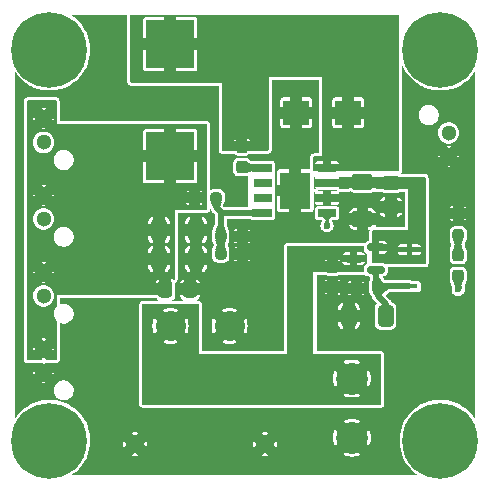
<source format=gbr>
%TF.GenerationSoftware,KiCad,Pcbnew,8.0.2*%
%TF.CreationDate,2024-05-06T11:08:46+09:00*%
%TF.ProjectId,5V-3A-BEC,35562d33-412d-4424-9543-2e6b69636164,0.1*%
%TF.SameCoordinates,Original*%
%TF.FileFunction,Copper,L1,Top*%
%TF.FilePolarity,Positive*%
%FSLAX46Y46*%
G04 Gerber Fmt 4.6, Leading zero omitted, Abs format (unit mm)*
G04 Created by KiCad (PCBNEW 8.0.2) date 2024-05-06 11:08:46*
%MOMM*%
%LPD*%
G01*
G04 APERTURE LIST*
G04 Aperture macros list*
%AMRoundRect*
0 Rectangle with rounded corners*
0 $1 Rounding radius*
0 $2 $3 $4 $5 $6 $7 $8 $9 X,Y pos of 4 corners*
0 Add a 4 corners polygon primitive as box body*
4,1,4,$2,$3,$4,$5,$6,$7,$8,$9,$2,$3,0*
0 Add four circle primitives for the rounded corners*
1,1,$1+$1,$2,$3*
1,1,$1+$1,$4,$5*
1,1,$1+$1,$6,$7*
1,1,$1+$1,$8,$9*
0 Add four rect primitives between the rounded corners*
20,1,$1+$1,$2,$3,$4,$5,0*
20,1,$1+$1,$4,$5,$6,$7,0*
20,1,$1+$1,$6,$7,$8,$9,0*
20,1,$1+$1,$8,$9,$2,$3,0*%
G04 Aperture macros list end*
%TA.AperFunction,SMDPad,CuDef*%
%ADD10R,2.200000X2.100000*%
%TD*%
%TA.AperFunction,SMDPad,CuDef*%
%ADD11RoundRect,0.237500X0.237500X-0.300000X0.237500X0.300000X-0.237500X0.300000X-0.237500X-0.300000X0*%
%TD*%
%TA.AperFunction,ComponentPad*%
%ADD12C,1.300000*%
%TD*%
%TA.AperFunction,SMDPad,CuDef*%
%ADD13RoundRect,0.237500X-0.237500X0.287500X-0.237500X-0.287500X0.237500X-0.287500X0.237500X0.287500X0*%
%TD*%
%TA.AperFunction,SMDPad,CuDef*%
%ADD14RoundRect,0.150000X0.587500X0.150000X-0.587500X0.150000X-0.587500X-0.150000X0.587500X-0.150000X0*%
%TD*%
%TA.AperFunction,ComponentPad*%
%ADD15C,0.800000*%
%TD*%
%TA.AperFunction,ComponentPad*%
%ADD16C,6.400000*%
%TD*%
%TA.AperFunction,SMDPad,CuDef*%
%ADD17RoundRect,0.250000X-0.412500X-0.650000X0.412500X-0.650000X0.412500X0.650000X-0.412500X0.650000X0*%
%TD*%
%TA.AperFunction,SMDPad,CuDef*%
%ADD18RoundRect,0.237500X0.250000X0.237500X-0.250000X0.237500X-0.250000X-0.237500X0.250000X-0.237500X0*%
%TD*%
%TA.AperFunction,SMDPad,CuDef*%
%ADD19RoundRect,0.250000X0.475000X-0.337500X0.475000X0.337500X-0.475000X0.337500X-0.475000X-0.337500X0*%
%TD*%
%TA.AperFunction,SMDPad,CuDef*%
%ADD20RoundRect,0.250000X0.412500X0.650000X-0.412500X0.650000X-0.412500X-0.650000X0.412500X-0.650000X0*%
%TD*%
%TA.AperFunction,SMDPad,CuDef*%
%ADD21RoundRect,0.237500X-0.250000X-0.237500X0.250000X-0.237500X0.250000X0.237500X-0.250000X0.237500X0*%
%TD*%
%TA.AperFunction,SMDPad,CuDef*%
%ADD22R,1.525000X0.650000*%
%TD*%
%TA.AperFunction,SMDPad,CuDef*%
%ADD23R,2.600000X3.100000*%
%TD*%
%TA.AperFunction,ComponentPad*%
%ADD24C,2.550000*%
%TD*%
%TA.AperFunction,ComponentPad*%
%ADD25C,1.500000*%
%TD*%
%TA.AperFunction,SMDPad,CuDef*%
%ADD26RoundRect,0.250000X0.337500X0.475000X-0.337500X0.475000X-0.337500X-0.475000X0.337500X-0.475000X0*%
%TD*%
%TA.AperFunction,ComponentPad*%
%ADD27C,2.700000*%
%TD*%
%TA.AperFunction,SMDPad,CuDef*%
%ADD28R,4.100000X4.100000*%
%TD*%
%TA.AperFunction,SMDPad,CuDef*%
%ADD29RoundRect,0.237500X-0.237500X0.250000X-0.237500X-0.250000X0.237500X-0.250000X0.237500X0.250000X0*%
%TD*%
%TA.AperFunction,SMDPad,CuDef*%
%ADD30RoundRect,0.250000X0.650000X-0.412500X0.650000X0.412500X-0.650000X0.412500X-0.650000X-0.412500X0*%
%TD*%
%TA.AperFunction,SMDPad,CuDef*%
%ADD31R,1.450000X0.390000*%
%TD*%
%TA.AperFunction,ViaPad*%
%ADD32C,0.600000*%
%TD*%
%TA.AperFunction,Conductor*%
%ADD33C,0.200000*%
%TD*%
%TA.AperFunction,Conductor*%
%ADD34C,0.500000*%
%TD*%
G04 APERTURE END LIST*
D10*
%TO.P,D2,1*%
%TO.N,Net-(IC1-PH)*%
X126200000Y-111800000D03*
%TO.P,D2,2*%
%TO.N,GND*%
X121800000Y-111800000D03*
%TD*%
D11*
%TO.P,C8,1*%
%TO.N,GND*%
X124862500Y-126550000D03*
%TO.P,C8,2*%
%TO.N,+BATT*%
X124862500Y-124825000D03*
%TD*%
D12*
%TO.P,J1,1,1*%
%TO.N,Net-(IC1-ENA)*%
X134700000Y-113500000D03*
%TO.P,J1,2,2*%
%TO.N,GND*%
X134700000Y-115500000D03*
%TD*%
D13*
%TO.P,D1,1,K*%
%TO.N,Net-(D1-K)*%
X135500000Y-123850000D03*
%TO.P,D1,2,A*%
%TO.N,+5V*%
X135500000Y-125600000D03*
%TD*%
D14*
%TO.P,Q1,1,G*%
%TO.N,Net-(Q1-G)*%
X128537500Y-125100000D03*
%TO.P,Q1,2,S*%
%TO.N,VCC*%
X128537500Y-123200000D03*
%TO.P,Q1,3,D*%
%TO.N,+BATT*%
X126662500Y-124150000D03*
%TD*%
D12*
%TO.P,J6,1,1*%
%TO.N,GND*%
X100400000Y-127300000D03*
%TO.P,J6,2,2*%
%TO.N,+5V*%
X100400000Y-125300000D03*
%TD*%
D11*
%TO.P,C1,1*%
%TO.N,Net-(IC1-BOOT)*%
X117170000Y-116400000D03*
%TO.P,C1,2*%
%TO.N,Net-(IC1-PH)*%
X117170000Y-114675000D03*
%TD*%
D15*
%TO.P,H4,1*%
%TO.N,N/C*%
X131600000Y-106450001D03*
X132302944Y-104752945D03*
X132302944Y-108147057D03*
X134000000Y-104050001D03*
D16*
X134000000Y-106450001D03*
D15*
X134000000Y-108850001D03*
X135697056Y-104752945D03*
X135697056Y-108147057D03*
X136400000Y-106450001D03*
%TD*%
D12*
%TO.P,J5,1,1*%
%TO.N,GND*%
X100400000Y-120800000D03*
%TO.P,J5,2,2*%
%TO.N,+5V*%
X100400000Y-118800000D03*
%TD*%
D17*
%TO.P,C7,1*%
%TO.N,GND*%
X126237500Y-129000000D03*
%TO.P,C7,2*%
%TO.N,Net-(Q1-G)*%
X129362500Y-129000000D03*
%TD*%
D18*
%TO.P,R5,1*%
%TO.N,Net-(Q1-G)*%
X128712500Y-126650000D03*
%TO.P,R5,2*%
%TO.N,GND*%
X126887500Y-126650000D03*
%TD*%
D19*
%TO.P,C6,1*%
%TO.N,GND*%
X129800000Y-119800000D03*
%TO.P,C6,2*%
%TO.N,VCC*%
X129800000Y-117725000D03*
%TD*%
D20*
%TO.P,C3,1*%
%TO.N,GND*%
X113312500Y-124150000D03*
%TO.P,C3,2*%
%TO.N,+5V*%
X110187500Y-124150000D03*
%TD*%
%TO.P,C4,1*%
%TO.N,GND*%
X113312500Y-121750000D03*
%TO.P,C4,2*%
%TO.N,+5V*%
X110187500Y-121750000D03*
%TD*%
D21*
%TO.P,R1,1*%
%TO.N,+5V*%
X113175000Y-119000000D03*
%TO.P,R1,2*%
%TO.N,Net-(IC1-VSENSE)*%
X115000000Y-119000000D03*
%TD*%
%TO.P,R2,1*%
%TO.N,Net-(IC1-VSENSE)*%
X115400000Y-123750000D03*
%TO.P,R2,2*%
%TO.N,GND*%
X117225000Y-123750000D03*
%TD*%
D15*
%TO.P,H1,1*%
%TO.N,N/C*%
X98500000Y-106450001D03*
X99202944Y-104752945D03*
X99202944Y-108147057D03*
X100900000Y-104050001D03*
D16*
X100900000Y-106450001D03*
D15*
X100900000Y-108850001D03*
X102597056Y-104752945D03*
X102597056Y-108147057D03*
X103300000Y-106450001D03*
%TD*%
D12*
%TO.P,J7,1,1*%
%TO.N,GND*%
X100400000Y-133800000D03*
%TO.P,J7,2,2*%
%TO.N,+5V*%
X100400000Y-131800000D03*
%TD*%
D22*
%TO.P,IC1,1,BOOT*%
%TO.N,Net-(IC1-BOOT)*%
X118996000Y-116477500D03*
%TO.P,IC1,2,NC_1*%
%TO.N,unconnected-(IC1-NC_1-Pad2)*%
X118996000Y-117747500D03*
%TO.P,IC1,3,NC_2*%
%TO.N,unconnected-(IC1-NC_2-Pad3)*%
X118996000Y-119017500D03*
%TO.P,IC1,4,VSENSE*%
%TO.N,Net-(IC1-VSENSE)*%
X118996000Y-120287500D03*
%TO.P,IC1,5,ENA*%
%TO.N,Net-(IC1-ENA)*%
X124420000Y-120287500D03*
%TO.P,IC1,6,GND*%
%TO.N,GND*%
X124420000Y-119017500D03*
%TO.P,IC1,7,VIN*%
%TO.N,VCC*%
X124420000Y-117747500D03*
%TO.P,IC1,8,PH*%
%TO.N,Net-(IC1-PH)*%
X124420000Y-116477500D03*
D23*
%TO.P,IC1,9,EP*%
%TO.N,GND*%
X121708000Y-118382500D03*
%TD*%
D24*
%TO.P,J2,1,1*%
%TO.N,GND*%
X116150000Y-129850000D03*
%TO.P,J2,2,2*%
%TO.N,+BATT*%
X111150000Y-129850000D03*
D25*
%TO.P,J2,3,3*%
%TO.N,GND*%
X108150000Y-139850000D03*
%TO.P,J2,4,4*%
X119150000Y-139850000D03*
%TD*%
D21*
%TO.P,R3,1*%
%TO.N,Net-(IC1-VSENSE)*%
X115400000Y-122250000D03*
%TO.P,R3,2*%
%TO.N,GND*%
X117225000Y-122250000D03*
%TD*%
D26*
%TO.P,C2,1*%
%TO.N,GND*%
X112787500Y-126750000D03*
%TO.P,C2,2*%
%TO.N,+5V*%
X110712500Y-126750000D03*
%TD*%
D15*
%TO.P,H2,1*%
%TO.N,N/C*%
X98500000Y-139550001D03*
X99202944Y-137852945D03*
X99202944Y-141247057D03*
X100900000Y-137150001D03*
D16*
X100900000Y-139550001D03*
D15*
X100900000Y-141950001D03*
X102597056Y-137852945D03*
X102597056Y-141247057D03*
X103300000Y-139550001D03*
%TD*%
D27*
%TO.P,J3,1,1*%
%TO.N,GND*%
X126500000Y-139300000D03*
%TO.P,J3,2,2*%
%TO.N,+BATT*%
X126500000Y-134300000D03*
%TD*%
D28*
%TO.P,L1,1*%
%TO.N,Net-(IC1-PH)*%
X111120000Y-105987500D03*
%TO.P,L1,2*%
%TO.N,+5V*%
X111120000Y-115487500D03*
%TD*%
D29*
%TO.P,R4,1*%
%TO.N,GND*%
X135500000Y-120325000D03*
%TO.P,R4,2*%
%TO.N,Net-(D1-K)*%
X135500000Y-122150000D03*
%TD*%
D30*
%TO.P,C5,1*%
%TO.N,GND*%
X127400000Y-120800000D03*
%TO.P,C5,2*%
%TO.N,VCC*%
X127400000Y-117675000D03*
%TD*%
D12*
%TO.P,J4,1,1*%
%TO.N,GND*%
X100400000Y-114300000D03*
%TO.P,J4,2,2*%
%TO.N,+5V*%
X100400000Y-112300000D03*
%TD*%
D15*
%TO.P,H3,1*%
%TO.N,N/C*%
X131600000Y-139550001D03*
X132302944Y-137852945D03*
X132302944Y-141247057D03*
X134000000Y-137150001D03*
D16*
X134000000Y-139550001D03*
D15*
X134000000Y-141950001D03*
X135697056Y-137852945D03*
X135697056Y-141247057D03*
X136400000Y-139550001D03*
%TD*%
D31*
%TO.P,Z1,1*%
%TO.N,VCC*%
X131362500Y-123390000D03*
%TO.P,Z1,2*%
%TO.N,Net-(Q1-G)*%
X131362500Y-126500000D03*
%TD*%
D32*
%TO.N,GND*%
X114400000Y-125800000D03*
X115600000Y-125800000D03*
X115600000Y-126800000D03*
X114400000Y-126800000D03*
%TO.N,+5V*%
X135500000Y-126750000D03*
%TO.N,Net-(IC1-ENA)*%
X124400000Y-121350000D03*
%TD*%
D33*
%TO.N,Net-(IC1-PH)*%
X128650000Y-111800000D02*
X128650000Y-112247500D01*
D34*
%TO.N,Net-(IC1-BOOT)*%
X118996000Y-116477500D02*
X117247500Y-116477500D01*
X117247500Y-116477500D02*
X117170000Y-116400000D01*
D33*
%TO.N,GND*%
X121750000Y-118340500D02*
X121708000Y-118382500D01*
D34*
%TO.N,+5V*%
X135500000Y-125600000D02*
X135500000Y-126750000D01*
D33*
X110150000Y-116457500D02*
X111120000Y-115487500D01*
D34*
%TO.N,Net-(Q1-G)*%
X129362500Y-127962500D02*
X129362500Y-129000000D01*
X128537500Y-126475000D02*
X128712500Y-126650000D01*
X128862500Y-126500000D02*
X128712500Y-126650000D01*
X128712500Y-126650000D02*
X128712500Y-127312500D01*
X128925000Y-126500000D02*
X128775000Y-126650000D01*
D33*
X128662500Y-126700000D02*
X128712500Y-126650000D01*
D34*
X131362500Y-126500000D02*
X128862500Y-126500000D01*
X128712500Y-127312500D02*
X129362500Y-127962500D01*
X128537500Y-125100000D02*
X128537500Y-126475000D01*
%TO.N,Net-(D1-K)*%
X135500000Y-122150000D02*
X135500000Y-123850000D01*
%TO.N,Net-(IC1-VSENSE)*%
X115400000Y-120400000D02*
X115400000Y-120200000D01*
X115400000Y-123750000D02*
X115400000Y-122250000D01*
X118996000Y-120287500D02*
X115512500Y-120287500D01*
X115400000Y-122250000D02*
X115400000Y-120400000D01*
X115100000Y-119100000D02*
X115100000Y-119900000D01*
X115100000Y-119900000D02*
X115400000Y-120200000D01*
D33*
X118996000Y-120287500D02*
X118312500Y-120287500D01*
D34*
X115000000Y-119000000D02*
X115100000Y-119100000D01*
X115512500Y-120287500D02*
X115400000Y-120400000D01*
D33*
%TO.N,Net-(IC1-ENA)*%
X124420000Y-120287500D02*
X124420000Y-121330000D01*
X124420000Y-121330000D02*
X124400000Y-121350000D01*
%TD*%
%TA.AperFunction,Conductor*%
%TO.N,+BATT*%
G36*
X127531148Y-123114352D02*
G01*
X127545500Y-123149000D01*
X127545500Y-123381834D01*
X127560502Y-123476555D01*
X127618674Y-123590723D01*
X127709277Y-123681326D01*
X127723244Y-123688443D01*
X127747601Y-123716959D01*
X127750000Y-123732102D01*
X127750000Y-124567897D01*
X127735648Y-124602545D01*
X127723247Y-124611555D01*
X127709277Y-124618674D01*
X127709275Y-124618675D01*
X127709273Y-124618677D01*
X127618677Y-124709273D01*
X127618672Y-124709279D01*
X127560503Y-124823442D01*
X127560502Y-124823443D01*
X127560502Y-124823445D01*
X127556573Y-124848254D01*
X127545500Y-124918166D01*
X127545500Y-125201000D01*
X127531148Y-125235648D01*
X127496500Y-125250000D01*
X123250000Y-125250000D01*
X123250000Y-132250000D01*
X128951000Y-132250000D01*
X128985648Y-132264352D01*
X129000000Y-132299000D01*
X129000000Y-136451000D01*
X128985648Y-136485648D01*
X128951000Y-136500000D01*
X108799000Y-136500000D01*
X108764352Y-136485648D01*
X108750000Y-136451000D01*
X108750000Y-134300000D01*
X124895052Y-134300000D01*
X124914812Y-134551072D01*
X124973603Y-134795956D01*
X125068304Y-135024586D01*
X125068305Y-135024586D01*
X125617296Y-134475596D01*
X125634586Y-134562520D01*
X125702430Y-134726310D01*
X125800924Y-134873717D01*
X125926283Y-134999076D01*
X126073690Y-135097570D01*
X126237480Y-135165414D01*
X126324402Y-135182703D01*
X125775412Y-135731693D01*
X125775412Y-135731694D01*
X126004043Y-135826396D01*
X126248927Y-135885187D01*
X126500000Y-135904947D01*
X126751072Y-135885187D01*
X126995954Y-135826396D01*
X127224586Y-135731693D01*
X126675596Y-135182703D01*
X126762520Y-135165414D01*
X126926310Y-135097570D01*
X127073717Y-134999076D01*
X127199076Y-134873717D01*
X127297570Y-134726310D01*
X127365414Y-134562520D01*
X127382703Y-134475596D01*
X127931693Y-135024586D01*
X128026396Y-134795954D01*
X128085187Y-134551072D01*
X128104947Y-134300000D01*
X128085187Y-134048927D01*
X128026396Y-133804043D01*
X127931694Y-133575412D01*
X127931693Y-133575412D01*
X127382703Y-134124402D01*
X127365414Y-134037480D01*
X127297570Y-133873690D01*
X127199076Y-133726283D01*
X127073717Y-133600924D01*
X126926310Y-133502430D01*
X126762520Y-133434586D01*
X126675595Y-133417295D01*
X127224586Y-132868305D01*
X127224586Y-132868304D01*
X126995956Y-132773603D01*
X126751072Y-132714812D01*
X126500000Y-132695052D01*
X126248927Y-132714812D01*
X126004043Y-132773603D01*
X125775412Y-132868304D01*
X125775412Y-132868305D01*
X126324403Y-133417296D01*
X126237480Y-133434586D01*
X126073690Y-133502430D01*
X125926283Y-133600924D01*
X125800924Y-133726283D01*
X125702430Y-133873690D01*
X125634586Y-134037480D01*
X125617296Y-134124403D01*
X125068305Y-133575412D01*
X125068304Y-133575412D01*
X124973603Y-133804043D01*
X124914812Y-134048927D01*
X124895052Y-134300000D01*
X108750000Y-134300000D01*
X108750000Y-129850000D01*
X109620284Y-129850000D01*
X109639117Y-130089302D01*
X109695153Y-130322708D01*
X109775707Y-130517183D01*
X109775708Y-130517183D01*
X110309817Y-129983074D01*
X110332665Y-130097936D01*
X110396740Y-130252626D01*
X110489762Y-130391844D01*
X110608156Y-130510238D01*
X110747374Y-130603260D01*
X110902064Y-130667335D01*
X111016924Y-130690182D01*
X110482815Y-131224290D01*
X110677293Y-131304846D01*
X110910697Y-131360882D01*
X111150000Y-131379715D01*
X111389302Y-131360882D01*
X111622706Y-131304846D01*
X111817183Y-131224290D01*
X111283075Y-130690182D01*
X111397936Y-130667335D01*
X111552626Y-130603260D01*
X111691844Y-130510238D01*
X111810238Y-130391844D01*
X111903260Y-130252626D01*
X111967335Y-130097936D01*
X111990182Y-129983075D01*
X112524290Y-130517183D01*
X112604846Y-130322706D01*
X112660882Y-130089302D01*
X112679715Y-129850000D01*
X112660882Y-129610697D01*
X112604846Y-129377293D01*
X112524290Y-129182815D01*
X111990182Y-129716923D01*
X111967335Y-129602064D01*
X111903260Y-129447374D01*
X111810238Y-129308156D01*
X111691844Y-129189762D01*
X111552626Y-129096740D01*
X111397936Y-129032665D01*
X111283073Y-129009817D01*
X111817183Y-128475708D01*
X111817183Y-128475707D01*
X111622708Y-128395153D01*
X111389302Y-128339117D01*
X111150000Y-128320284D01*
X110910697Y-128339117D01*
X110677291Y-128395153D01*
X110482815Y-128475707D01*
X110482815Y-128475708D01*
X111016924Y-129009817D01*
X110902064Y-129032665D01*
X110747374Y-129096740D01*
X110608156Y-129189762D01*
X110489762Y-129308156D01*
X110396740Y-129447374D01*
X110332665Y-129602064D01*
X110309817Y-129716924D01*
X109775708Y-129182815D01*
X109775707Y-129182815D01*
X109695153Y-129377291D01*
X109639117Y-129610697D01*
X109620284Y-129850000D01*
X108750000Y-129850000D01*
X108750000Y-128049000D01*
X108764352Y-128014352D01*
X108799000Y-128000000D01*
X113501000Y-128000000D01*
X113535648Y-128014352D01*
X113550000Y-128049000D01*
X113550000Y-132250000D01*
X121000000Y-132250000D01*
X121000000Y-124450000D01*
X125702499Y-124450000D01*
X125747357Y-124538042D01*
X125747359Y-124538045D01*
X125836954Y-124627640D01*
X125836961Y-124627645D01*
X125949849Y-124685163D01*
X126043519Y-124699999D01*
X126362499Y-124699999D01*
X126962500Y-124699999D01*
X127281479Y-124699999D01*
X127375147Y-124685165D01*
X127488038Y-124627645D01*
X127488045Y-124627640D01*
X127577640Y-124538045D01*
X127577642Y-124538042D01*
X127622501Y-124450000D01*
X126962500Y-124450000D01*
X126962500Y-124699999D01*
X126362499Y-124699999D01*
X126362500Y-124699998D01*
X126362500Y-124450000D01*
X125702499Y-124450000D01*
X121000000Y-124450000D01*
X121000000Y-124349999D01*
X124169965Y-124349999D01*
X124169966Y-124350000D01*
X124387500Y-124350000D01*
X125337500Y-124350000D01*
X125555034Y-124350000D01*
X125555034Y-124349999D01*
X125532269Y-124288965D01*
X125448258Y-124176741D01*
X125337500Y-124093827D01*
X125337500Y-124350000D01*
X124387500Y-124350000D01*
X124387500Y-124093827D01*
X124387499Y-124093827D01*
X124276741Y-124176741D01*
X124192730Y-124288965D01*
X124169965Y-124349999D01*
X121000000Y-124349999D01*
X121000000Y-123850000D01*
X125702499Y-123850000D01*
X126362500Y-123850000D01*
X126962500Y-123850000D01*
X127622501Y-123850000D01*
X127577642Y-123761957D01*
X127577640Y-123761954D01*
X127488045Y-123672359D01*
X127488038Y-123672354D01*
X127375150Y-123614836D01*
X127281480Y-123600000D01*
X126962500Y-123600000D01*
X126962500Y-123850000D01*
X126362500Y-123850000D01*
X126362500Y-123600000D01*
X126043520Y-123600000D01*
X125949852Y-123614834D01*
X125836961Y-123672354D01*
X125836954Y-123672359D01*
X125747359Y-123761954D01*
X125747357Y-123761957D01*
X125702499Y-123850000D01*
X121000000Y-123850000D01*
X121000000Y-123149000D01*
X121014352Y-123114352D01*
X121049000Y-123100000D01*
X127496500Y-123100000D01*
X127531148Y-123114352D01*
G37*
%TD.AperFunction*%
%TD*%
%TA.AperFunction,Conductor*%
%TO.N,VCC*%
G36*
X123415064Y-117264352D02*
G01*
X123429416Y-117299000D01*
X123423001Y-117320146D01*
X123423851Y-117320498D01*
X123422004Y-117324956D01*
X123407500Y-117397870D01*
X123407500Y-117422500D01*
X125432500Y-117422500D01*
X125432500Y-117397876D01*
X125432499Y-117397870D01*
X125417995Y-117324956D01*
X125416149Y-117320498D01*
X125417584Y-117319903D01*
X125411526Y-117289439D01*
X125432363Y-117258257D01*
X125459584Y-117250000D01*
X126207000Y-117250000D01*
X130818000Y-117250000D01*
X132701000Y-117250000D01*
X132735648Y-117264352D01*
X132750000Y-117299000D01*
X132750000Y-124551000D01*
X132735648Y-124585648D01*
X132701000Y-124600000D01*
X129340838Y-124600000D01*
X129318593Y-124594659D01*
X129251557Y-124560503D01*
X129251556Y-124560502D01*
X129251555Y-124560502D01*
X129156834Y-124545500D01*
X129156833Y-124545500D01*
X128299000Y-124545500D01*
X128264352Y-124531148D01*
X128250000Y-124496500D01*
X128250000Y-123790380D01*
X128250000Y-123749999D01*
X128837500Y-123749999D01*
X129156479Y-123749999D01*
X129250147Y-123735165D01*
X129363038Y-123677645D01*
X129363045Y-123677640D01*
X129431056Y-123609629D01*
X130387500Y-123609629D01*
X130402003Y-123682542D01*
X130457259Y-123765240D01*
X130539957Y-123820496D01*
X130612870Y-123834999D01*
X130612876Y-123835000D01*
X131167500Y-123835000D01*
X131557500Y-123835000D01*
X132112124Y-123835000D01*
X132112129Y-123834999D01*
X132185042Y-123820496D01*
X132267740Y-123765240D01*
X132322996Y-123682542D01*
X132337499Y-123609629D01*
X132337500Y-123609624D01*
X132337500Y-123585000D01*
X131557500Y-123585000D01*
X131557500Y-123835000D01*
X131167500Y-123835000D01*
X131167500Y-123585000D01*
X130387500Y-123585000D01*
X130387500Y-123609629D01*
X129431056Y-123609629D01*
X129452640Y-123588045D01*
X129452642Y-123588042D01*
X129497501Y-123500000D01*
X128837500Y-123500000D01*
X128837500Y-123749999D01*
X128250000Y-123749999D01*
X128250000Y-123170370D01*
X130387500Y-123170370D01*
X130387500Y-123195000D01*
X131167500Y-123195000D01*
X131557500Y-123195000D01*
X132337500Y-123195000D01*
X132337500Y-123170376D01*
X132337499Y-123170370D01*
X132322996Y-123097457D01*
X132267740Y-123014759D01*
X132185042Y-122959503D01*
X132112129Y-122945000D01*
X131557500Y-122945000D01*
X131557500Y-123195000D01*
X131167500Y-123195000D01*
X131167500Y-122945000D01*
X130612870Y-122945000D01*
X130539957Y-122959503D01*
X130457259Y-123014759D01*
X130402003Y-123097457D01*
X130387500Y-123170370D01*
X128250000Y-123170370D01*
X128250000Y-122900000D01*
X128837500Y-122900000D01*
X129497501Y-122900000D01*
X129452642Y-122811957D01*
X129452640Y-122811954D01*
X129363045Y-122722359D01*
X129363038Y-122722354D01*
X129250150Y-122664836D01*
X129156480Y-122650000D01*
X128837500Y-122650000D01*
X128837500Y-122900000D01*
X128250000Y-122900000D01*
X128250000Y-121799000D01*
X128264352Y-121764352D01*
X128299000Y-121750000D01*
X131250000Y-121750000D01*
X131250000Y-118250000D01*
X130791027Y-118250000D01*
X130756379Y-118235648D01*
X130750778Y-118228946D01*
X130748038Y-118225000D01*
X128851962Y-118225000D01*
X128849222Y-118228946D01*
X128817673Y-118249221D01*
X128808973Y-118250000D01*
X128592222Y-118250000D01*
X128557574Y-118235648D01*
X128543222Y-118201000D01*
X128543503Y-118195762D01*
X128545735Y-118175000D01*
X126254265Y-118175000D01*
X126256497Y-118195762D01*
X126245931Y-118231746D01*
X126213016Y-118249719D01*
X126207778Y-118250000D01*
X125456243Y-118250000D01*
X125421595Y-118235648D01*
X125407243Y-118201000D01*
X125415501Y-118173777D01*
X125417996Y-118170042D01*
X125432499Y-118097129D01*
X125432500Y-118097124D01*
X125432500Y-118072500D01*
X123407500Y-118072500D01*
X123407500Y-118097129D01*
X123422003Y-118170042D01*
X123424499Y-118173777D01*
X123431815Y-118210560D01*
X123410980Y-118241742D01*
X123383757Y-118250000D01*
X123311499Y-118250000D01*
X123276851Y-118235648D01*
X123262499Y-118201000D01*
X123262499Y-117299000D01*
X123276851Y-117264352D01*
X123311499Y-117250000D01*
X123380416Y-117250000D01*
X123415064Y-117264352D01*
G37*
%TD.AperFunction*%
%TD*%
%TA.AperFunction,Conductor*%
%TO.N,+5V*%
G36*
X101485648Y-110764352D02*
G01*
X101500000Y-110799000D01*
X101500000Y-112750000D01*
X109250000Y-112750000D01*
X109250000Y-113187500D01*
X109045370Y-113187500D01*
X108972457Y-113202003D01*
X108889759Y-113257259D01*
X108834503Y-113339957D01*
X108820000Y-113412870D01*
X108820000Y-114987500D01*
X109250000Y-114987500D01*
X109250000Y-115987500D01*
X108820000Y-115987500D01*
X108820000Y-117562129D01*
X108834503Y-117635042D01*
X108889759Y-117717740D01*
X108972457Y-117772996D01*
X109045370Y-117787499D01*
X109045376Y-117787500D01*
X109250000Y-117787500D01*
X109250000Y-127250000D01*
X101500000Y-127250000D01*
X101500000Y-128176916D01*
X101485648Y-128211564D01*
X101439372Y-128257839D01*
X101439371Y-128257840D01*
X101346296Y-128397137D01*
X101282185Y-128551914D01*
X101282183Y-128551920D01*
X101265767Y-128634451D01*
X101249500Y-128716233D01*
X101249500Y-128883767D01*
X101271189Y-128992809D01*
X101282183Y-129048079D01*
X101282185Y-129048085D01*
X101346296Y-129202862D01*
X101439371Y-129342159D01*
X101485648Y-129388436D01*
X101500000Y-129423084D01*
X101500000Y-132701000D01*
X101485648Y-132735648D01*
X101451000Y-132750000D01*
X100621365Y-132750000D01*
X100586717Y-132735648D01*
X100572365Y-132701000D01*
X100574383Y-132687083D01*
X100575661Y-132682767D01*
X100400000Y-132507107D01*
X100224337Y-132682767D01*
X100225616Y-132687083D01*
X100221696Y-132724381D01*
X100192551Y-132747982D01*
X100178634Y-132750000D01*
X99049000Y-132750000D01*
X99014352Y-132735648D01*
X99000000Y-132701000D01*
X99000000Y-131799999D01*
X99495043Y-131799999D01*
X99513859Y-131979033D01*
X99692893Y-131800000D01*
X99692893Y-131799999D01*
X99640233Y-131747339D01*
X100000000Y-131747339D01*
X100000000Y-131852661D01*
X100027259Y-131954394D01*
X100079920Y-132045606D01*
X100154394Y-132120080D01*
X100245606Y-132172741D01*
X100347339Y-132200000D01*
X100452661Y-132200000D01*
X100554394Y-132172741D01*
X100645606Y-132120080D01*
X100720080Y-132045606D01*
X100772741Y-131954394D01*
X100800000Y-131852661D01*
X100800000Y-131799999D01*
X101107107Y-131799999D01*
X101107107Y-131800001D01*
X101286139Y-131979033D01*
X101304956Y-131799999D01*
X101286139Y-131620965D01*
X101107107Y-131799999D01*
X100800000Y-131799999D01*
X100800000Y-131747339D01*
X100772741Y-131645606D01*
X100720080Y-131554394D01*
X100645606Y-131479920D01*
X100554394Y-131427259D01*
X100452661Y-131400000D01*
X100347339Y-131400000D01*
X100245606Y-131427259D01*
X100154394Y-131479920D01*
X100079920Y-131554394D01*
X100027259Y-131645606D01*
X100000000Y-131747339D01*
X99640233Y-131747339D01*
X99513859Y-131620965D01*
X99495043Y-131799999D01*
X99000000Y-131799999D01*
X99000000Y-130917231D01*
X100224337Y-130917231D01*
X100400000Y-131092893D01*
X100400001Y-131092893D01*
X100575661Y-130917231D01*
X100494594Y-130900000D01*
X100305406Y-130900000D01*
X100224338Y-130917231D01*
X100224337Y-130917231D01*
X99000000Y-130917231D01*
X99000000Y-127300000D01*
X99490518Y-127300000D01*
X99510392Y-127489092D01*
X99569147Y-127669920D01*
X99664214Y-127834580D01*
X99791438Y-127975877D01*
X99945259Y-128087635D01*
X100118955Y-128164969D01*
X100304933Y-128204500D01*
X100495067Y-128204500D01*
X100681045Y-128164969D01*
X100854741Y-128087635D01*
X101008562Y-127975877D01*
X101135786Y-127834580D01*
X101230853Y-127669920D01*
X101289608Y-127489092D01*
X101309482Y-127300000D01*
X101289608Y-127110908D01*
X101230853Y-126930080D01*
X101135786Y-126765420D01*
X101008562Y-126624123D01*
X100854741Y-126512365D01*
X100681045Y-126435031D01*
X100681042Y-126435030D01*
X100681038Y-126435029D01*
X100495067Y-126395500D01*
X100304933Y-126395500D01*
X100118961Y-126435029D01*
X100118952Y-126435032D01*
X99945259Y-126512365D01*
X99791438Y-126624123D01*
X99791437Y-126624124D01*
X99791433Y-126624127D01*
X99664217Y-126765416D01*
X99664211Y-126765424D01*
X99569149Y-126930076D01*
X99569147Y-126930079D01*
X99569147Y-126930080D01*
X99510392Y-127110908D01*
X99490518Y-127300000D01*
X99000000Y-127300000D01*
X99000000Y-126182767D01*
X100224337Y-126182767D01*
X100224337Y-126182768D01*
X100305406Y-126200000D01*
X100494594Y-126200000D01*
X100575661Y-126182768D01*
X100575661Y-126182767D01*
X100400000Y-126007107D01*
X100224337Y-126182767D01*
X99000000Y-126182767D01*
X99000000Y-125299999D01*
X99495043Y-125299999D01*
X99513859Y-125479033D01*
X99692893Y-125300000D01*
X99692893Y-125299999D01*
X99640233Y-125247339D01*
X100000000Y-125247339D01*
X100000000Y-125352661D01*
X100027259Y-125454394D01*
X100079920Y-125545606D01*
X100154394Y-125620080D01*
X100245606Y-125672741D01*
X100347339Y-125700000D01*
X100452661Y-125700000D01*
X100554394Y-125672741D01*
X100645606Y-125620080D01*
X100720080Y-125545606D01*
X100772741Y-125454394D01*
X100800000Y-125352661D01*
X100800000Y-125299999D01*
X101107107Y-125299999D01*
X101107107Y-125300001D01*
X101286139Y-125479033D01*
X101304956Y-125299999D01*
X101286139Y-125120965D01*
X101107107Y-125299999D01*
X100800000Y-125299999D01*
X100800000Y-125247339D01*
X100772741Y-125145606D01*
X100720080Y-125054394D01*
X100645606Y-124979920D01*
X100554394Y-124927259D01*
X100452661Y-124900000D01*
X100347339Y-124900000D01*
X100245606Y-124927259D01*
X100154394Y-124979920D01*
X100079920Y-125054394D01*
X100027259Y-125145606D01*
X100000000Y-125247339D01*
X99640233Y-125247339D01*
X99513859Y-125120965D01*
X99495043Y-125299999D01*
X99000000Y-125299999D01*
X99000000Y-124417231D01*
X100224337Y-124417231D01*
X100400000Y-124592893D01*
X100400001Y-124592893D01*
X100575661Y-124417231D01*
X100494594Y-124400000D01*
X100305406Y-124400000D01*
X100224338Y-124417231D01*
X100224337Y-124417231D01*
X99000000Y-124417231D01*
X99000000Y-122216233D01*
X101249500Y-122216233D01*
X101249500Y-122383767D01*
X101271189Y-122492809D01*
X101282183Y-122548079D01*
X101282185Y-122548085D01*
X101346296Y-122702862D01*
X101439371Y-122842159D01*
X101557840Y-122960628D01*
X101697137Y-123053703D01*
X101851918Y-123117816D01*
X102016233Y-123150500D01*
X102016236Y-123150500D01*
X102183764Y-123150500D01*
X102183767Y-123150500D01*
X102348082Y-123117816D01*
X102502863Y-123053703D01*
X102642162Y-122960626D01*
X102760626Y-122842162D01*
X102853703Y-122702863D01*
X102917816Y-122548082D01*
X102950500Y-122383767D01*
X102950500Y-122216233D01*
X102917816Y-122051918D01*
X102853703Y-121897137D01*
X102760628Y-121757840D01*
X102642159Y-121639371D01*
X102502862Y-121546296D01*
X102348085Y-121482185D01*
X102348079Y-121482183D01*
X102281816Y-121469002D01*
X102183767Y-121449500D01*
X102016233Y-121449500D01*
X101934451Y-121465767D01*
X101851920Y-121482183D01*
X101851914Y-121482185D01*
X101697137Y-121546296D01*
X101557840Y-121639371D01*
X101439371Y-121757840D01*
X101346296Y-121897137D01*
X101282185Y-122051914D01*
X101282183Y-122051920D01*
X101265767Y-122134451D01*
X101249500Y-122216233D01*
X99000000Y-122216233D01*
X99000000Y-120800000D01*
X99490518Y-120800000D01*
X99510392Y-120989092D01*
X99569147Y-121169920D01*
X99664214Y-121334580D01*
X99791438Y-121475877D01*
X99945259Y-121587635D01*
X100118955Y-121664969D01*
X100304933Y-121704500D01*
X100495067Y-121704500D01*
X100681045Y-121664969D01*
X100854741Y-121587635D01*
X101008562Y-121475877D01*
X101135786Y-121334580D01*
X101230853Y-121169920D01*
X101289608Y-120989092D01*
X101309482Y-120800000D01*
X101289608Y-120610908D01*
X101230853Y-120430080D01*
X101135786Y-120265420D01*
X101008562Y-120124123D01*
X100854741Y-120012365D01*
X100681045Y-119935031D01*
X100681042Y-119935030D01*
X100681038Y-119935029D01*
X100495067Y-119895500D01*
X100304933Y-119895500D01*
X100118961Y-119935029D01*
X100118952Y-119935032D01*
X99945259Y-120012365D01*
X99791438Y-120124123D01*
X99791437Y-120124124D01*
X99791433Y-120124127D01*
X99664217Y-120265416D01*
X99664211Y-120265424D01*
X99569149Y-120430076D01*
X99569147Y-120430079D01*
X99569147Y-120430080D01*
X99510392Y-120610908D01*
X99490518Y-120800000D01*
X99000000Y-120800000D01*
X99000000Y-119682767D01*
X100224337Y-119682767D01*
X100224337Y-119682768D01*
X100305406Y-119700000D01*
X100494594Y-119700000D01*
X100575661Y-119682768D01*
X100575661Y-119682767D01*
X100400000Y-119507107D01*
X100224337Y-119682767D01*
X99000000Y-119682767D01*
X99000000Y-118799999D01*
X99495043Y-118799999D01*
X99513859Y-118979033D01*
X99692893Y-118800000D01*
X99692893Y-118799999D01*
X99640233Y-118747339D01*
X100000000Y-118747339D01*
X100000000Y-118852661D01*
X100027259Y-118954394D01*
X100079920Y-119045606D01*
X100154394Y-119120080D01*
X100245606Y-119172741D01*
X100347339Y-119200000D01*
X100452661Y-119200000D01*
X100554394Y-119172741D01*
X100645606Y-119120080D01*
X100720080Y-119045606D01*
X100772741Y-118954394D01*
X100800000Y-118852661D01*
X100800000Y-118799999D01*
X101107107Y-118799999D01*
X101107107Y-118800001D01*
X101286139Y-118979033D01*
X101304956Y-118799999D01*
X101286139Y-118620965D01*
X101107107Y-118799999D01*
X100800000Y-118799999D01*
X100800000Y-118747339D01*
X100772741Y-118645606D01*
X100720080Y-118554394D01*
X100645606Y-118479920D01*
X100554394Y-118427259D01*
X100452661Y-118400000D01*
X100347339Y-118400000D01*
X100245606Y-118427259D01*
X100154394Y-118479920D01*
X100079920Y-118554394D01*
X100027259Y-118645606D01*
X100000000Y-118747339D01*
X99640233Y-118747339D01*
X99513859Y-118620965D01*
X99495043Y-118799999D01*
X99000000Y-118799999D01*
X99000000Y-117917231D01*
X100224337Y-117917231D01*
X100400000Y-118092893D01*
X100400001Y-118092893D01*
X100575661Y-117917231D01*
X100494594Y-117900000D01*
X100305406Y-117900000D01*
X100224338Y-117917231D01*
X100224337Y-117917231D01*
X99000000Y-117917231D01*
X99000000Y-115716233D01*
X101249500Y-115716233D01*
X101249500Y-115883767D01*
X101270134Y-115987500D01*
X101282183Y-116048079D01*
X101282185Y-116048085D01*
X101346296Y-116202862D01*
X101439371Y-116342159D01*
X101557840Y-116460628D01*
X101697137Y-116553703D01*
X101851918Y-116617816D01*
X102016233Y-116650500D01*
X102016236Y-116650500D01*
X102183764Y-116650500D01*
X102183767Y-116650500D01*
X102348082Y-116617816D01*
X102502863Y-116553703D01*
X102642162Y-116460626D01*
X102760626Y-116342162D01*
X102853703Y-116202863D01*
X102917816Y-116048082D01*
X102950500Y-115883767D01*
X102950500Y-115716233D01*
X102917816Y-115551918D01*
X102853703Y-115397137D01*
X102760628Y-115257840D01*
X102642159Y-115139371D01*
X102502862Y-115046296D01*
X102348085Y-114982185D01*
X102348079Y-114982183D01*
X102281816Y-114969002D01*
X102183767Y-114949500D01*
X102016233Y-114949500D01*
X101934451Y-114965767D01*
X101851920Y-114982183D01*
X101851914Y-114982185D01*
X101697137Y-115046296D01*
X101557840Y-115139371D01*
X101439371Y-115257840D01*
X101346296Y-115397137D01*
X101282185Y-115551914D01*
X101282183Y-115551920D01*
X101265767Y-115634451D01*
X101249500Y-115716233D01*
X99000000Y-115716233D01*
X99000000Y-114300000D01*
X99490518Y-114300000D01*
X99510392Y-114489092D01*
X99569147Y-114669920D01*
X99664214Y-114834580D01*
X99791438Y-114975877D01*
X99945259Y-115087635D01*
X100118955Y-115164969D01*
X100304933Y-115204500D01*
X100495067Y-115204500D01*
X100681045Y-115164969D01*
X100854741Y-115087635D01*
X101008562Y-114975877D01*
X101135786Y-114834580D01*
X101230853Y-114669920D01*
X101289608Y-114489092D01*
X101309482Y-114300000D01*
X101289608Y-114110908D01*
X101230853Y-113930080D01*
X101135786Y-113765420D01*
X101008562Y-113624123D01*
X100854741Y-113512365D01*
X100681045Y-113435031D01*
X100681042Y-113435030D01*
X100681038Y-113435029D01*
X100495067Y-113395500D01*
X100304933Y-113395500D01*
X100118961Y-113435029D01*
X100118952Y-113435032D01*
X99945259Y-113512365D01*
X99791438Y-113624123D01*
X99791437Y-113624124D01*
X99791433Y-113624127D01*
X99664217Y-113765416D01*
X99664211Y-113765424D01*
X99569149Y-113930076D01*
X99569147Y-113930079D01*
X99569147Y-113930080D01*
X99510392Y-114110908D01*
X99490518Y-114300000D01*
X99000000Y-114300000D01*
X99000000Y-113182767D01*
X100224337Y-113182767D01*
X100224337Y-113182768D01*
X100305406Y-113200000D01*
X100494594Y-113200000D01*
X100575661Y-113182768D01*
X100575661Y-113182767D01*
X100400000Y-113007107D01*
X100224337Y-113182767D01*
X99000000Y-113182767D01*
X99000000Y-112299999D01*
X99495043Y-112299999D01*
X99513859Y-112479033D01*
X99692893Y-112300000D01*
X99692893Y-112299999D01*
X99640233Y-112247339D01*
X100000000Y-112247339D01*
X100000000Y-112352661D01*
X100027259Y-112454394D01*
X100079920Y-112545606D01*
X100154394Y-112620080D01*
X100245606Y-112672741D01*
X100347339Y-112700000D01*
X100452661Y-112700000D01*
X100554394Y-112672741D01*
X100645606Y-112620080D01*
X100720080Y-112545606D01*
X100772741Y-112454394D01*
X100800000Y-112352661D01*
X100800000Y-112299999D01*
X101107107Y-112299999D01*
X101107107Y-112300001D01*
X101286139Y-112479033D01*
X101304956Y-112299999D01*
X101286139Y-112120965D01*
X101107107Y-112299999D01*
X100800000Y-112299999D01*
X100800000Y-112247339D01*
X100772741Y-112145606D01*
X100720080Y-112054394D01*
X100645606Y-111979920D01*
X100554394Y-111927259D01*
X100452661Y-111900000D01*
X100347339Y-111900000D01*
X100245606Y-111927259D01*
X100154394Y-111979920D01*
X100079920Y-112054394D01*
X100027259Y-112145606D01*
X100000000Y-112247339D01*
X99640233Y-112247339D01*
X99513859Y-112120965D01*
X99495043Y-112299999D01*
X99000000Y-112299999D01*
X99000000Y-111417231D01*
X100224337Y-111417231D01*
X100400000Y-111592893D01*
X100400001Y-111592893D01*
X100575661Y-111417231D01*
X100494594Y-111400000D01*
X100305406Y-111400000D01*
X100224338Y-111417231D01*
X100224337Y-111417231D01*
X99000000Y-111417231D01*
X99000000Y-110799000D01*
X99014352Y-110764352D01*
X99049000Y-110750000D01*
X101451000Y-110750000D01*
X101485648Y-110764352D01*
G37*
%TD.AperFunction*%
%TD*%
%TA.AperFunction,Conductor*%
%TO.N,Net-(IC1-PH)*%
G36*
X130485648Y-103514853D02*
G01*
X130500000Y-103549501D01*
X130500000Y-116701000D01*
X130485648Y-116735648D01*
X130451000Y-116750000D01*
X123299000Y-116750000D01*
X123264352Y-116735648D01*
X123250000Y-116701000D01*
X123250000Y-116127870D01*
X123407500Y-116127870D01*
X123407500Y-116152500D01*
X124095000Y-116152500D01*
X124745000Y-116152500D01*
X125432500Y-116152500D01*
X125432500Y-116127876D01*
X125432499Y-116127870D01*
X125417996Y-116054957D01*
X125362740Y-115972259D01*
X125280042Y-115917003D01*
X125207129Y-115902500D01*
X124745000Y-115902500D01*
X124745000Y-116152500D01*
X124095000Y-116152500D01*
X124095000Y-115902500D01*
X123632870Y-115902500D01*
X123559957Y-115917003D01*
X123477259Y-115972259D01*
X123422003Y-116054957D01*
X123407500Y-116127870D01*
X123250000Y-116127870D01*
X123250000Y-115549000D01*
X123264352Y-115514352D01*
X123299000Y-115500000D01*
X123950000Y-115500000D01*
X123950000Y-112874629D01*
X124850000Y-112874629D01*
X124864503Y-112947542D01*
X124919759Y-113030240D01*
X125002457Y-113085496D01*
X125075370Y-113099999D01*
X125075376Y-113100000D01*
X125700000Y-113100000D01*
X126700000Y-113100000D01*
X127324624Y-113100000D01*
X127324629Y-113099999D01*
X127397542Y-113085496D01*
X127480240Y-113030240D01*
X127535496Y-112947542D01*
X127549999Y-112874629D01*
X127550000Y-112874624D01*
X127550000Y-112300000D01*
X126700000Y-112300000D01*
X126700000Y-113100000D01*
X125700000Y-113100000D01*
X125700000Y-112300000D01*
X124850000Y-112300000D01*
X124850000Y-112874629D01*
X123950000Y-112874629D01*
X123950000Y-110725370D01*
X124850000Y-110725370D01*
X124850000Y-111300000D01*
X125700000Y-111300000D01*
X126700000Y-111300000D01*
X127550000Y-111300000D01*
X127550000Y-110725376D01*
X127549999Y-110725370D01*
X127535496Y-110652457D01*
X127480240Y-110569759D01*
X127397542Y-110514503D01*
X127324629Y-110500000D01*
X126700000Y-110500000D01*
X126700000Y-111300000D01*
X125700000Y-111300000D01*
X125700000Y-110500000D01*
X125075370Y-110500000D01*
X125002457Y-110514503D01*
X124919759Y-110569759D01*
X124864503Y-110652457D01*
X124850000Y-110725370D01*
X123950000Y-110725370D01*
X123950000Y-108750000D01*
X119450000Y-108750000D01*
X119450000Y-114951000D01*
X119435648Y-114985648D01*
X119401000Y-115000000D01*
X115549000Y-115000000D01*
X115514352Y-114985648D01*
X115500000Y-114951000D01*
X115500000Y-114199999D01*
X116477465Y-114199999D01*
X116477466Y-114200000D01*
X116695000Y-114200000D01*
X117645000Y-114200000D01*
X117862534Y-114200000D01*
X117862534Y-114199999D01*
X117839769Y-114138965D01*
X117755758Y-114026741D01*
X117645000Y-113943827D01*
X117645000Y-114200000D01*
X116695000Y-114200000D01*
X116695000Y-113943827D01*
X116694999Y-113943827D01*
X116584241Y-114026741D01*
X116500230Y-114138965D01*
X116477465Y-114199999D01*
X115500000Y-114199999D01*
X115500000Y-109250000D01*
X107799000Y-109250000D01*
X107764352Y-109235648D01*
X107750000Y-109201000D01*
X107750000Y-108062129D01*
X108820000Y-108062129D01*
X108834503Y-108135042D01*
X108889759Y-108217740D01*
X108972457Y-108272996D01*
X109045370Y-108287499D01*
X109045376Y-108287500D01*
X110620000Y-108287500D01*
X111620000Y-108287500D01*
X113194624Y-108287500D01*
X113194629Y-108287499D01*
X113267542Y-108272996D01*
X113350240Y-108217740D01*
X113405496Y-108135042D01*
X113419999Y-108062129D01*
X113420000Y-108062124D01*
X113420000Y-106487500D01*
X111620000Y-106487500D01*
X111620000Y-108287500D01*
X110620000Y-108287500D01*
X110620000Y-106487500D01*
X108820000Y-106487500D01*
X108820000Y-108062129D01*
X107750000Y-108062129D01*
X107750000Y-103912870D01*
X108820000Y-103912870D01*
X108820000Y-105487500D01*
X110620000Y-105487500D01*
X111620000Y-105487500D01*
X113420000Y-105487500D01*
X113420000Y-103912876D01*
X113419999Y-103912870D01*
X113405496Y-103839957D01*
X113350240Y-103757259D01*
X113267542Y-103702003D01*
X113194629Y-103687500D01*
X111620000Y-103687500D01*
X111620000Y-105487500D01*
X110620000Y-105487500D01*
X110620000Y-103687500D01*
X109045370Y-103687500D01*
X108972457Y-103702003D01*
X108889759Y-103757259D01*
X108834503Y-103839957D01*
X108820000Y-103912870D01*
X107750000Y-103912870D01*
X107750000Y-103549501D01*
X107764352Y-103514853D01*
X107799000Y-103500501D01*
X130451000Y-103500501D01*
X130485648Y-103514853D01*
G37*
%TD.AperFunction*%
%TD*%
%TA.AperFunction,Conductor*%
%TO.N,+5V*%
G36*
X114235648Y-112764352D02*
G01*
X114250000Y-112799000D01*
X114250000Y-119951000D01*
X114235648Y-119985648D01*
X114201000Y-120000000D01*
X111500000Y-120000000D01*
X111500000Y-125894570D01*
X111485648Y-125929218D01*
X111451000Y-125943570D01*
X111416352Y-125929218D01*
X111411775Y-125923937D01*
X111407188Y-125917810D01*
X111292091Y-125831648D01*
X111212500Y-125801962D01*
X111212500Y-127201000D01*
X111198148Y-127235648D01*
X111163500Y-127250000D01*
X109250000Y-127250000D01*
X109250000Y-126227165D01*
X109875000Y-126227165D01*
X109875000Y-126250000D01*
X110212500Y-126250000D01*
X110212500Y-125801962D01*
X110132908Y-125831648D01*
X110017811Y-125917811D01*
X109931648Y-126032908D01*
X109881401Y-126167626D01*
X109881401Y-126167627D01*
X109875000Y-126227165D01*
X109250000Y-126227165D01*
X109250000Y-124847834D01*
X109275000Y-124847834D01*
X109281401Y-124907372D01*
X109281401Y-124907373D01*
X109331648Y-125042091D01*
X109417811Y-125157188D01*
X109532908Y-125243351D01*
X109667624Y-125293597D01*
X109687500Y-125295733D01*
X110687500Y-125295733D01*
X110707375Y-125293597D01*
X110842091Y-125243351D01*
X110957188Y-125157188D01*
X111043351Y-125042091D01*
X111093598Y-124907373D01*
X111093598Y-124907372D01*
X111100000Y-124847834D01*
X111100000Y-124650000D01*
X110687500Y-124650000D01*
X110687500Y-125295733D01*
X109687500Y-125295733D01*
X109687500Y-124650000D01*
X109275000Y-124650000D01*
X109275000Y-124847834D01*
X109250000Y-124847834D01*
X109250000Y-123452165D01*
X109275000Y-123452165D01*
X109275000Y-123650000D01*
X109687500Y-123650000D01*
X110687500Y-123650000D01*
X111100000Y-123650000D01*
X111100000Y-123452165D01*
X111093598Y-123392627D01*
X111093598Y-123392626D01*
X111043351Y-123257908D01*
X110957188Y-123142811D01*
X110842091Y-123056648D01*
X110707372Y-123006400D01*
X110687500Y-123004264D01*
X110687500Y-123650000D01*
X109687500Y-123650000D01*
X109687500Y-123004265D01*
X109687499Y-123004264D01*
X109667627Y-123006400D01*
X109532908Y-123056648D01*
X109417811Y-123142811D01*
X109331648Y-123257908D01*
X109281401Y-123392626D01*
X109281401Y-123392627D01*
X109275000Y-123452165D01*
X109250000Y-123452165D01*
X109250000Y-122447834D01*
X109275000Y-122447834D01*
X109281401Y-122507372D01*
X109281401Y-122507373D01*
X109331648Y-122642091D01*
X109417811Y-122757188D01*
X109532908Y-122843351D01*
X109667624Y-122893597D01*
X109687500Y-122895733D01*
X110687500Y-122895733D01*
X110707375Y-122893597D01*
X110842091Y-122843351D01*
X110957188Y-122757188D01*
X111043351Y-122642091D01*
X111093598Y-122507373D01*
X111093598Y-122507372D01*
X111100000Y-122447834D01*
X111100000Y-122250000D01*
X110687500Y-122250000D01*
X110687500Y-122895733D01*
X109687500Y-122895733D01*
X109687500Y-122250000D01*
X109275000Y-122250000D01*
X109275000Y-122447834D01*
X109250000Y-122447834D01*
X109250000Y-121052165D01*
X109275000Y-121052165D01*
X109275000Y-121250000D01*
X109687500Y-121250000D01*
X110687500Y-121250000D01*
X111100000Y-121250000D01*
X111100000Y-121052165D01*
X111093598Y-120992627D01*
X111093598Y-120992626D01*
X111043351Y-120857908D01*
X110957188Y-120742811D01*
X110842091Y-120656648D01*
X110707372Y-120606400D01*
X110687500Y-120604264D01*
X110687500Y-121250000D01*
X109687500Y-121250000D01*
X109687500Y-120604265D01*
X109687499Y-120604264D01*
X109667627Y-120606400D01*
X109532908Y-120656648D01*
X109417811Y-120742811D01*
X109331648Y-120857908D01*
X109281401Y-120992626D01*
X109281401Y-120992627D01*
X109275000Y-121052165D01*
X109250000Y-121052165D01*
X109250000Y-119475000D01*
X112493828Y-119475000D01*
X112576741Y-119585758D01*
X112688962Y-119669766D01*
X112688960Y-119669766D01*
X112700000Y-119673883D01*
X113650000Y-119673883D01*
X113661038Y-119669766D01*
X113773258Y-119585758D01*
X113856172Y-119475000D01*
X113650000Y-119475000D01*
X113650000Y-119673883D01*
X112700000Y-119673883D01*
X112700000Y-119475000D01*
X112493828Y-119475000D01*
X109250000Y-119475000D01*
X109250000Y-118524999D01*
X112493828Y-118524999D01*
X112493828Y-118525000D01*
X112700000Y-118525000D01*
X113650000Y-118525000D01*
X113856172Y-118525000D01*
X113856171Y-118524999D01*
X113773258Y-118414241D01*
X113661035Y-118330231D01*
X113650000Y-118326114D01*
X113650000Y-118525000D01*
X112700000Y-118525000D01*
X112700000Y-118326114D01*
X112699999Y-118326114D01*
X112688964Y-118330231D01*
X112576741Y-118414241D01*
X112493828Y-118524999D01*
X109250000Y-118524999D01*
X109250000Y-117787500D01*
X110620000Y-117787500D01*
X111620000Y-117787500D01*
X113194624Y-117787500D01*
X113194629Y-117787499D01*
X113267542Y-117772996D01*
X113350240Y-117717740D01*
X113405496Y-117635042D01*
X113419999Y-117562129D01*
X113420000Y-117562124D01*
X113420000Y-115987500D01*
X111620000Y-115987500D01*
X111620000Y-117787500D01*
X110620000Y-117787500D01*
X110620000Y-115987500D01*
X109250000Y-115987500D01*
X109250000Y-114987500D01*
X110620000Y-114987500D01*
X111620000Y-114987500D01*
X113420000Y-114987500D01*
X113420000Y-113412876D01*
X113419999Y-113412870D01*
X113405496Y-113339957D01*
X113350240Y-113257259D01*
X113267542Y-113202003D01*
X113194629Y-113187500D01*
X111620000Y-113187500D01*
X111620000Y-114987500D01*
X110620000Y-114987500D01*
X110620000Y-113187500D01*
X109250000Y-113187500D01*
X109250000Y-112750000D01*
X114201000Y-112750000D01*
X114235648Y-112764352D01*
G37*
%TD.AperFunction*%
%TD*%
%TA.AperFunction,Conductor*%
%TO.N,GND*%
G36*
X107476148Y-103514853D02*
G01*
X107490500Y-103549501D01*
X107490500Y-109201005D01*
X107510252Y-109300301D01*
X107510254Y-109300310D01*
X107524603Y-109334950D01*
X107524606Y-109334956D01*
X107580854Y-109419140D01*
X107622950Y-109447267D01*
X107665044Y-109475394D01*
X107665045Y-109475394D01*
X107665046Y-109475395D01*
X107698091Y-109489083D01*
X107699096Y-109489541D01*
X107699691Y-109489745D01*
X107699692Y-109489746D01*
X107699694Y-109489747D01*
X107799000Y-109509500D01*
X115191500Y-109509500D01*
X115226148Y-109523852D01*
X115240500Y-109558500D01*
X115240500Y-114951005D01*
X115260252Y-115050301D01*
X115260254Y-115050310D01*
X115274603Y-115084950D01*
X115274606Y-115084956D01*
X115330854Y-115169140D01*
X115364318Y-115191500D01*
X115415044Y-115225394D01*
X115415045Y-115225394D01*
X115415046Y-115225395D01*
X115448091Y-115239083D01*
X115449096Y-115239541D01*
X115449691Y-115239745D01*
X115449692Y-115239746D01*
X115449694Y-115239747D01*
X115549000Y-115259500D01*
X116506362Y-115259500D01*
X116541010Y-115273852D01*
X116545588Y-115279135D01*
X116570012Y-115311761D01*
X116581026Y-115326474D01*
X116694285Y-115411258D01*
X116694286Y-115411258D01*
X116694287Y-115411259D01*
X116704438Y-115415045D01*
X116826843Y-115460700D01*
X116885443Y-115467000D01*
X117454556Y-115466999D01*
X117454562Y-115466999D01*
X117513153Y-115460701D01*
X117513155Y-115460700D01*
X117513157Y-115460700D01*
X117645715Y-115411258D01*
X117758974Y-115326474D01*
X117783625Y-115293543D01*
X117794412Y-115279135D01*
X117826665Y-115259999D01*
X117833638Y-115259500D01*
X119401002Y-115259500D01*
X119500308Y-115239746D01*
X119534956Y-115225394D01*
X119598165Y-115183159D01*
X119619140Y-115169145D01*
X119619143Y-115169141D01*
X119675394Y-115084956D01*
X119689085Y-115051902D01*
X119689543Y-115050899D01*
X119689746Y-115050308D01*
X119689747Y-115050306D01*
X119709500Y-114951000D01*
X119709500Y-112874629D01*
X120450000Y-112874629D01*
X120464503Y-112947542D01*
X120519759Y-113030240D01*
X120602457Y-113085496D01*
X120675370Y-113099999D01*
X120675376Y-113100000D01*
X121300000Y-113100000D01*
X122300000Y-113100000D01*
X122924624Y-113100000D01*
X122924629Y-113099999D01*
X122997542Y-113085496D01*
X123080240Y-113030240D01*
X123135496Y-112947542D01*
X123149999Y-112874629D01*
X123150000Y-112874624D01*
X123150000Y-112300000D01*
X122300000Y-112300000D01*
X122300000Y-113100000D01*
X121300000Y-113100000D01*
X121300000Y-112300000D01*
X120450000Y-112300000D01*
X120450000Y-112874629D01*
X119709500Y-112874629D01*
X119709500Y-110725370D01*
X120450000Y-110725370D01*
X120450000Y-111300000D01*
X121300000Y-111300000D01*
X122300000Y-111300000D01*
X123150000Y-111300000D01*
X123150000Y-110725376D01*
X123149999Y-110725370D01*
X123135496Y-110652457D01*
X123080240Y-110569759D01*
X122997542Y-110514503D01*
X122924629Y-110500000D01*
X122300000Y-110500000D01*
X122300000Y-111300000D01*
X121300000Y-111300000D01*
X121300000Y-110500000D01*
X120675370Y-110500000D01*
X120602457Y-110514503D01*
X120519759Y-110569759D01*
X120464503Y-110652457D01*
X120450000Y-110725370D01*
X119709500Y-110725370D01*
X119709500Y-109058500D01*
X119723852Y-109023852D01*
X119758500Y-109009500D01*
X123641500Y-109009500D01*
X123676148Y-109023852D01*
X123690500Y-109058500D01*
X123690500Y-115191500D01*
X123676148Y-115226148D01*
X123641500Y-115240500D01*
X123298994Y-115240500D01*
X123199698Y-115260252D01*
X123199689Y-115260254D01*
X123165049Y-115274603D01*
X123165043Y-115274606D01*
X123080859Y-115330854D01*
X123024605Y-115415045D01*
X123010916Y-115448092D01*
X123010458Y-115449094D01*
X123010252Y-115449695D01*
X123000247Y-115499999D01*
X122990500Y-115549000D01*
X122990500Y-115549003D01*
X122990500Y-116533500D01*
X122976148Y-116568148D01*
X122941500Y-116582500D01*
X122208000Y-116582500D01*
X122208000Y-120182500D01*
X123032624Y-120182500D01*
X123032629Y-120182499D01*
X123105542Y-120167996D01*
X123188240Y-120112740D01*
X123243496Y-120030042D01*
X123257999Y-119957129D01*
X123258000Y-119957124D01*
X123258000Y-119937433D01*
X123403000Y-119937433D01*
X123403000Y-119937434D01*
X123403000Y-119937436D01*
X123403000Y-120637563D01*
X123417766Y-120711801D01*
X123474015Y-120795984D01*
X123507734Y-120818514D01*
X123558199Y-120852234D01*
X123632433Y-120867000D01*
X123920225Y-120866999D01*
X123954873Y-120881351D01*
X123969225Y-120915999D01*
X123965567Y-120934576D01*
X123887117Y-121126053D01*
X123887112Y-121126068D01*
X123883120Y-121146362D01*
X123880313Y-121155653D01*
X123859771Y-121205248D01*
X123840715Y-121350000D01*
X123859771Y-121494753D01*
X123915642Y-121629638D01*
X123915645Y-121629643D01*
X124004526Y-121745474D01*
X124120357Y-121834355D01*
X124120359Y-121834355D01*
X124120361Y-121834357D01*
X124255246Y-121890228D01*
X124400000Y-121909285D01*
X124544754Y-121890228D01*
X124679643Y-121834355D01*
X124795474Y-121745474D01*
X124884355Y-121629643D01*
X124940228Y-121494754D01*
X124959285Y-121350000D01*
X124952702Y-121300000D01*
X126254264Y-121300000D01*
X126256400Y-121319872D01*
X126306648Y-121454591D01*
X126392811Y-121569688D01*
X126507908Y-121655851D01*
X126642626Y-121706098D01*
X126702166Y-121712500D01*
X126900000Y-121712500D01*
X126900000Y-121300000D01*
X126254264Y-121300000D01*
X124952702Y-121300000D01*
X124940228Y-121205246D01*
X124925297Y-121169201D01*
X124921917Y-121156287D01*
X124920488Y-121144365D01*
X124854926Y-120943624D01*
X124857812Y-120906234D01*
X124861215Y-120900526D01*
X124869814Y-120888105D01*
X124901336Y-120867789D01*
X124910100Y-120866999D01*
X125207563Y-120866999D01*
X125207566Y-120866999D01*
X125281801Y-120852234D01*
X125365984Y-120795984D01*
X125422234Y-120711801D01*
X125437000Y-120637567D01*
X125437000Y-120299999D01*
X126254264Y-120299999D01*
X126254265Y-120300000D01*
X126900000Y-120300000D01*
X127900000Y-120300000D01*
X128545735Y-120300000D01*
X128851962Y-120300000D01*
X128881648Y-120379591D01*
X128967811Y-120494688D01*
X129082908Y-120580851D01*
X129217626Y-120631098D01*
X129277166Y-120637500D01*
X129300000Y-120637500D01*
X130300000Y-120637500D01*
X130322834Y-120637500D01*
X130382372Y-120631098D01*
X130382373Y-120631098D01*
X130517091Y-120580851D01*
X130632188Y-120494688D01*
X130718351Y-120379591D01*
X130748038Y-120300000D01*
X130300000Y-120300000D01*
X130300000Y-120637500D01*
X129300000Y-120637500D01*
X129300000Y-120300000D01*
X128851962Y-120300000D01*
X128545735Y-120300000D01*
X128545735Y-120299999D01*
X128543599Y-120280127D01*
X128493351Y-120145408D01*
X128407188Y-120030311D01*
X128292091Y-119944148D01*
X128157373Y-119893901D01*
X128097834Y-119887500D01*
X127900000Y-119887500D01*
X127900000Y-120300000D01*
X126900000Y-120300000D01*
X126900000Y-119887500D01*
X126702166Y-119887500D01*
X126642627Y-119893901D01*
X126642626Y-119893901D01*
X126507908Y-119944148D01*
X126392811Y-120030311D01*
X126306648Y-120145408D01*
X126256400Y-120280127D01*
X126254264Y-120299999D01*
X125437000Y-120299999D01*
X125436999Y-119937434D01*
X125422234Y-119863199D01*
X125372950Y-119789441D01*
X125365984Y-119779015D01*
X125315519Y-119745296D01*
X125281801Y-119722766D01*
X125207567Y-119708000D01*
X125207563Y-119708000D01*
X123632436Y-119708000D01*
X123558198Y-119722766D01*
X123474015Y-119779015D01*
X123426585Y-119850000D01*
X123417766Y-119863199D01*
X123403000Y-119937433D01*
X123258000Y-119937433D01*
X123258000Y-119367129D01*
X123407500Y-119367129D01*
X123422003Y-119440042D01*
X123477259Y-119522740D01*
X123559957Y-119577996D01*
X123632870Y-119592499D01*
X123632876Y-119592500D01*
X124095000Y-119592500D01*
X124745000Y-119592500D01*
X125207124Y-119592500D01*
X125207129Y-119592499D01*
X125280042Y-119577996D01*
X125362740Y-119522740D01*
X125417996Y-119440042D01*
X125432499Y-119367129D01*
X125432500Y-119367124D01*
X125432500Y-119342500D01*
X124745000Y-119342500D01*
X124745000Y-119592500D01*
X124095000Y-119592500D01*
X124095000Y-119342500D01*
X123407500Y-119342500D01*
X123407500Y-119367129D01*
X123258000Y-119367129D01*
X123258000Y-119300000D01*
X128851962Y-119300000D01*
X129300000Y-119300000D01*
X130300000Y-119300000D01*
X130748037Y-119300000D01*
X130718351Y-119220408D01*
X130632188Y-119105311D01*
X130517091Y-119019148D01*
X130382373Y-118968901D01*
X130322834Y-118962500D01*
X130300000Y-118962500D01*
X130300000Y-119300000D01*
X129300000Y-119300000D01*
X129300000Y-118962500D01*
X129277166Y-118962500D01*
X129217627Y-118968901D01*
X129217626Y-118968901D01*
X129082908Y-119019148D01*
X128967811Y-119105311D01*
X128881648Y-119220408D01*
X128851962Y-119300000D01*
X123258000Y-119300000D01*
X123258000Y-118558293D01*
X123272352Y-118523645D01*
X123307000Y-118509293D01*
X123311197Y-118509500D01*
X123311499Y-118509500D01*
X123383740Y-118509500D01*
X123383757Y-118509500D01*
X123383773Y-118509497D01*
X123383902Y-118509488D01*
X123383938Y-118509500D01*
X123385562Y-118509500D01*
X123385562Y-118510035D01*
X123419517Y-118521236D01*
X123436395Y-118554727D01*
X123428272Y-118585576D01*
X123422003Y-118594957D01*
X123407500Y-118667870D01*
X123407500Y-118692500D01*
X124095000Y-118692500D01*
X124095000Y-118442500D01*
X123680608Y-118442500D01*
X123645960Y-118428148D01*
X123631608Y-118393500D01*
X123639866Y-118366278D01*
X123648218Y-118353778D01*
X123679400Y-118332942D01*
X123688960Y-118332000D01*
X125153683Y-118332000D01*
X125188331Y-118346352D01*
X125194425Y-118353778D01*
X125202777Y-118366278D01*
X125210093Y-118403060D01*
X125189257Y-118434242D01*
X125162035Y-118442500D01*
X124745000Y-118442500D01*
X124745000Y-118692500D01*
X125432500Y-118692500D01*
X125432500Y-118667876D01*
X125432499Y-118667870D01*
X125417996Y-118594956D01*
X125411737Y-118585590D01*
X125404419Y-118548808D01*
X125425254Y-118517625D01*
X125453836Y-118510467D01*
X125453836Y-118509500D01*
X126207792Y-118509500D01*
X126221656Y-118509128D01*
X126221670Y-118509127D01*
X126221679Y-118509127D01*
X126225263Y-118508934D01*
X126226919Y-118508846D01*
X126228980Y-118508679D01*
X126240756Y-118507732D01*
X126337381Y-118477477D01*
X126362778Y-118463608D01*
X126400064Y-118459599D01*
X126415623Y-118467387D01*
X126505730Y-118534840D01*
X126505732Y-118534841D01*
X126505735Y-118534843D01*
X126641657Y-118585540D01*
X126659855Y-118587496D01*
X126701745Y-118592000D01*
X128098254Y-118591999D01*
X128098260Y-118591999D01*
X128158337Y-118585541D01*
X128158339Y-118585540D01*
X128158342Y-118585540D01*
X128294267Y-118534842D01*
X128385816Y-118466309D01*
X128422153Y-118457035D01*
X128442404Y-118464795D01*
X128458267Y-118475395D01*
X128491313Y-118489083D01*
X128492318Y-118489541D01*
X128492913Y-118489745D01*
X128492914Y-118489746D01*
X128492916Y-118489747D01*
X128592222Y-118509500D01*
X128592225Y-118509500D01*
X128808975Y-118509500D01*
X128813606Y-118509293D01*
X128832116Y-118508466D01*
X128840816Y-118507687D01*
X128840828Y-118507685D01*
X128840832Y-118507685D01*
X128863739Y-118504599D01*
X128863739Y-118504598D01*
X128863746Y-118504598D01*
X128906181Y-118487901D01*
X128924121Y-118484500D01*
X129030570Y-118484500D01*
X129059934Y-118494273D01*
X129080731Y-118509841D01*
X129080735Y-118509843D01*
X129216657Y-118560540D01*
X129234855Y-118562496D01*
X129276745Y-118567000D01*
X130323254Y-118566999D01*
X130323260Y-118566999D01*
X130383337Y-118560541D01*
X130383339Y-118560540D01*
X130383342Y-118560540D01*
X130519267Y-118509842D01*
X130534651Y-118498326D01*
X130540066Y-118494273D01*
X130569430Y-118484500D01*
X130669308Y-118484500D01*
X130688044Y-118488223D01*
X130690122Y-118489084D01*
X130691127Y-118489543D01*
X130691718Y-118489745D01*
X130691719Y-118489746D01*
X130691721Y-118489747D01*
X130791027Y-118509500D01*
X130941500Y-118509500D01*
X130976148Y-118523852D01*
X130990500Y-118558500D01*
X130990500Y-121441500D01*
X130976148Y-121476148D01*
X130941500Y-121490500D01*
X128550532Y-121490500D01*
X128515884Y-121476148D01*
X128501532Y-121441500D01*
X128504622Y-121424376D01*
X128543598Y-121319876D01*
X128543598Y-121319875D01*
X128545735Y-121300000D01*
X127900000Y-121300000D01*
X127900000Y-121712500D01*
X127948000Y-121712500D01*
X127982648Y-121726852D01*
X127997000Y-121761500D01*
X127996058Y-121771060D01*
X127990500Y-121798997D01*
X127990500Y-122596500D01*
X127976148Y-122631148D01*
X127941500Y-122645500D01*
X127918166Y-122645500D01*
X127823445Y-122660502D01*
X127823443Y-122660502D01*
X127823442Y-122660503D01*
X127709279Y-122718672D01*
X127709273Y-122718677D01*
X127618677Y-122809273D01*
X127618675Y-122809275D01*
X127618674Y-122809277D01*
X127609825Y-122826644D01*
X127581306Y-122850999D01*
X127556607Y-122852455D01*
X127496500Y-122840500D01*
X121048998Y-122840500D01*
X121048994Y-122840500D01*
X120949698Y-122860252D01*
X120949689Y-122860254D01*
X120915049Y-122874603D01*
X120915043Y-122874606D01*
X120830859Y-122930854D01*
X120774605Y-123015045D01*
X120760916Y-123048092D01*
X120760458Y-123049094D01*
X120760252Y-123049695D01*
X120754179Y-123080231D01*
X120740500Y-123149000D01*
X120740500Y-123149003D01*
X120740500Y-131941500D01*
X120726148Y-131976148D01*
X120691500Y-131990500D01*
X113858500Y-131990500D01*
X113823852Y-131976148D01*
X113809500Y-131941500D01*
X113809500Y-129850000D01*
X114620284Y-129850000D01*
X114639117Y-130089302D01*
X114695153Y-130322708D01*
X114775707Y-130517183D01*
X114775708Y-130517183D01*
X115309817Y-129983074D01*
X115332665Y-130097936D01*
X115396740Y-130252626D01*
X115489762Y-130391844D01*
X115608156Y-130510238D01*
X115747374Y-130603260D01*
X115902064Y-130667335D01*
X116016924Y-130690182D01*
X115482815Y-131224290D01*
X115677293Y-131304846D01*
X115910697Y-131360882D01*
X116150000Y-131379715D01*
X116389302Y-131360882D01*
X116622706Y-131304846D01*
X116817183Y-131224290D01*
X116283075Y-130690182D01*
X116397936Y-130667335D01*
X116552626Y-130603260D01*
X116691844Y-130510238D01*
X116810238Y-130391844D01*
X116903260Y-130252626D01*
X116967335Y-130097936D01*
X116990182Y-129983075D01*
X117524290Y-130517183D01*
X117604846Y-130322706D01*
X117660882Y-130089302D01*
X117679715Y-129850000D01*
X117660882Y-129610697D01*
X117604846Y-129377293D01*
X117524290Y-129182815D01*
X116990182Y-129716923D01*
X116967335Y-129602064D01*
X116903260Y-129447374D01*
X116810238Y-129308156D01*
X116691844Y-129189762D01*
X116552626Y-129096740D01*
X116397936Y-129032665D01*
X116283073Y-129009817D01*
X116817183Y-128475708D01*
X116817183Y-128475707D01*
X116622708Y-128395153D01*
X116389302Y-128339117D01*
X116150000Y-128320284D01*
X115910697Y-128339117D01*
X115677291Y-128395153D01*
X115482815Y-128475707D01*
X115482815Y-128475708D01*
X116016924Y-129009817D01*
X115902064Y-129032665D01*
X115747374Y-129096740D01*
X115608156Y-129189762D01*
X115489762Y-129308156D01*
X115396740Y-129447374D01*
X115332665Y-129602064D01*
X115309817Y-129716924D01*
X114775708Y-129182815D01*
X114775707Y-129182815D01*
X114695153Y-129377291D01*
X114639117Y-129610697D01*
X114620284Y-129850000D01*
X113809500Y-129850000D01*
X113809500Y-128048998D01*
X113809499Y-128048994D01*
X113808962Y-128046296D01*
X113789746Y-127949692D01*
X113789666Y-127949500D01*
X113778648Y-127922899D01*
X113775394Y-127915044D01*
X113761378Y-127894068D01*
X113719145Y-127830859D01*
X113645971Y-127781966D01*
X113634956Y-127774606D01*
X113618453Y-127767770D01*
X113601907Y-127760916D01*
X113600904Y-127760458D01*
X113600304Y-127760252D01*
X113550424Y-127750331D01*
X113501000Y-127740500D01*
X113417933Y-127740500D01*
X113383285Y-127726148D01*
X113368933Y-127691500D01*
X113383285Y-127656852D01*
X113388568Y-127652274D01*
X113482188Y-127582188D01*
X113568351Y-127467091D01*
X113618598Y-127332373D01*
X113618598Y-127332372D01*
X113625000Y-127272834D01*
X113625000Y-127250000D01*
X111950000Y-127250000D01*
X111950000Y-127272834D01*
X111956401Y-127332372D01*
X111956401Y-127332373D01*
X112006648Y-127467091D01*
X112092811Y-127582188D01*
X112186432Y-127652274D01*
X112205568Y-127684527D01*
X112196293Y-127720865D01*
X112164040Y-127740001D01*
X112157067Y-127740500D01*
X111350440Y-127740500D01*
X111315792Y-127726148D01*
X111301440Y-127691500D01*
X111315792Y-127656852D01*
X111321076Y-127652273D01*
X111410404Y-127585404D01*
X111497342Y-127469267D01*
X111548040Y-127333342D01*
X111554500Y-127273255D01*
X111554499Y-126227165D01*
X111950000Y-126227165D01*
X111950000Y-126250000D01*
X112287500Y-126250000D01*
X113287500Y-126250000D01*
X113625000Y-126250000D01*
X113625000Y-126227165D01*
X113618598Y-126167627D01*
X113618598Y-126167626D01*
X113568351Y-126032908D01*
X113482188Y-125917811D01*
X113367091Y-125831648D01*
X113287500Y-125801962D01*
X113287500Y-126250000D01*
X112287500Y-126250000D01*
X112287500Y-125801962D01*
X112207908Y-125831648D01*
X112092811Y-125917811D01*
X112006648Y-126032908D01*
X111956401Y-126167626D01*
X111956401Y-126167627D01*
X111950000Y-126227165D01*
X111554499Y-126227165D01*
X111554499Y-126226746D01*
X111553771Y-126219979D01*
X111564333Y-126183996D01*
X111582845Y-126170139D01*
X111582826Y-126170103D01*
X111583066Y-126169974D01*
X111583747Y-126169465D01*
X111584952Y-126168966D01*
X111584953Y-126168965D01*
X111584956Y-126168964D01*
X111669141Y-126112714D01*
X111725394Y-126028526D01*
X111739085Y-125995472D01*
X111739543Y-125994469D01*
X111739746Y-125993878D01*
X111739747Y-125993876D01*
X111759500Y-125894570D01*
X111759500Y-124847834D01*
X112400000Y-124847834D01*
X112406401Y-124907372D01*
X112406401Y-124907373D01*
X112456648Y-125042091D01*
X112542811Y-125157188D01*
X112657908Y-125243351D01*
X112792624Y-125293597D01*
X112812500Y-125295733D01*
X113812500Y-125295733D01*
X113832375Y-125293597D01*
X113967091Y-125243351D01*
X114082188Y-125157188D01*
X114168351Y-125042091D01*
X114218598Y-124907373D01*
X114218598Y-124907372D01*
X114225000Y-124847834D01*
X114225000Y-124650000D01*
X113812500Y-124650000D01*
X113812500Y-125295733D01*
X112812500Y-125295733D01*
X112812500Y-124650000D01*
X112400000Y-124650000D01*
X112400000Y-124847834D01*
X111759500Y-124847834D01*
X111759500Y-123452165D01*
X112400000Y-123452165D01*
X112400000Y-123650000D01*
X112812500Y-123650000D01*
X113812500Y-123650000D01*
X114225000Y-123650000D01*
X114225000Y-123452165D01*
X114218598Y-123392627D01*
X114218598Y-123392626D01*
X114168351Y-123257908D01*
X114082188Y-123142811D01*
X113967091Y-123056648D01*
X113832372Y-123006400D01*
X113812500Y-123004264D01*
X113812500Y-123650000D01*
X112812500Y-123650000D01*
X112812500Y-123004265D01*
X112812499Y-123004264D01*
X112792627Y-123006400D01*
X112657908Y-123056648D01*
X112542811Y-123142811D01*
X112456648Y-123257908D01*
X112406401Y-123392626D01*
X112406401Y-123392627D01*
X112400000Y-123452165D01*
X111759500Y-123452165D01*
X111759500Y-122447834D01*
X112400000Y-122447834D01*
X112406401Y-122507372D01*
X112406401Y-122507373D01*
X112456648Y-122642091D01*
X112542811Y-122757188D01*
X112657908Y-122843351D01*
X112792624Y-122893597D01*
X112812500Y-122895733D01*
X113812500Y-122895733D01*
X113832375Y-122893597D01*
X113967091Y-122843351D01*
X114082188Y-122757188D01*
X114168351Y-122642091D01*
X114218598Y-122507373D01*
X114218598Y-122507372D01*
X114225000Y-122447834D01*
X114225000Y-122250000D01*
X113812500Y-122250000D01*
X113812500Y-122895733D01*
X112812500Y-122895733D01*
X112812500Y-122250000D01*
X112400000Y-122250000D01*
X112400000Y-122447834D01*
X111759500Y-122447834D01*
X111759500Y-121052165D01*
X112400000Y-121052165D01*
X112400000Y-121250000D01*
X112812500Y-121250000D01*
X113812500Y-121250000D01*
X114225000Y-121250000D01*
X114225000Y-121052165D01*
X114218598Y-120992626D01*
X114168351Y-120857908D01*
X114082188Y-120742811D01*
X113967091Y-120656648D01*
X113832372Y-120606400D01*
X113812500Y-120604264D01*
X113812500Y-121250000D01*
X112812500Y-121250000D01*
X112812500Y-120604265D01*
X112812499Y-120604264D01*
X112792627Y-120606400D01*
X112657908Y-120656648D01*
X112542811Y-120742811D01*
X112456648Y-120857908D01*
X112406401Y-120992626D01*
X112400000Y-121052165D01*
X111759500Y-121052165D01*
X111759500Y-120308500D01*
X111773852Y-120273852D01*
X111808500Y-120259500D01*
X114201002Y-120259500D01*
X114300308Y-120239746D01*
X114334956Y-120225394D01*
X114419141Y-120169144D01*
X114475394Y-120084956D01*
X114489085Y-120051902D01*
X114489543Y-120050899D01*
X114489746Y-120050308D01*
X114489747Y-120050306D01*
X114501443Y-119991501D01*
X114522279Y-119960320D01*
X114559061Y-119953003D01*
X114590244Y-119973839D01*
X114592724Y-119977978D01*
X114601858Y-119995080D01*
X114605966Y-120005482D01*
X114629879Y-120094726D01*
X114629880Y-120094728D01*
X114629881Y-120094730D01*
X114652312Y-120133581D01*
X114652313Y-120133582D01*
X114696296Y-120209766D01*
X114696301Y-120209772D01*
X114760260Y-120273731D01*
X114762717Y-120276376D01*
X114769689Y-120284459D01*
X114769916Y-120284661D01*
X114777022Y-120290493D01*
X114881148Y-120394619D01*
X114895500Y-120429267D01*
X114895500Y-121232986D01*
X114892706Y-121249296D01*
X114688831Y-121826865D01*
X114688829Y-121826871D01*
X114682427Y-121856748D01*
X114680426Y-121863603D01*
X114664299Y-121906844D01*
X114658000Y-121965436D01*
X114658000Y-122534562D01*
X114664299Y-122593154D01*
X114683658Y-122645061D01*
X114686246Y-122655198D01*
X114688828Y-122673123D01*
X114688829Y-122673128D01*
X114798452Y-122983690D01*
X114798452Y-123016310D01*
X114688831Y-123326865D01*
X114688829Y-123326871D01*
X114682427Y-123356748D01*
X114680426Y-123363603D01*
X114664299Y-123406844D01*
X114658000Y-123465436D01*
X114658000Y-124034562D01*
X114664298Y-124093153D01*
X114664301Y-124093161D01*
X114713740Y-124225712D01*
X114713741Y-124225714D01*
X114713742Y-124225715D01*
X114798526Y-124338974D01*
X114911785Y-124423758D01*
X114911786Y-124423758D01*
X114911787Y-124423759D01*
X114998322Y-124456035D01*
X115044343Y-124473200D01*
X115102943Y-124479500D01*
X115697056Y-124479499D01*
X115697062Y-124479499D01*
X115755653Y-124473201D01*
X115755655Y-124473200D01*
X115755657Y-124473200D01*
X115888215Y-124423758D01*
X116001474Y-124338974D01*
X116086258Y-124225715D01*
X116086525Y-124225000D01*
X116543828Y-124225000D01*
X116626741Y-124335758D01*
X116738962Y-124419766D01*
X116738960Y-124419766D01*
X116750000Y-124423883D01*
X117700000Y-124423883D01*
X117711038Y-124419766D01*
X117823258Y-124335758D01*
X117906172Y-124225000D01*
X117700000Y-124225000D01*
X117700000Y-124423883D01*
X116750000Y-124423883D01*
X116750000Y-124225000D01*
X116543828Y-124225000D01*
X116086525Y-124225000D01*
X116135700Y-124093157D01*
X116142000Y-124034557D01*
X116141999Y-123465444D01*
X116141999Y-123465443D01*
X116141999Y-123465437D01*
X116135701Y-123406846D01*
X116135699Y-123406841D01*
X116134456Y-123403508D01*
X116116338Y-123354933D01*
X116113749Y-123344793D01*
X116111168Y-123326864D01*
X116092860Y-123274999D01*
X116543828Y-123274999D01*
X116543828Y-123275000D01*
X116750000Y-123275000D01*
X117700000Y-123275000D01*
X117906172Y-123275000D01*
X117906171Y-123274999D01*
X117823258Y-123164241D01*
X117711035Y-123080231D01*
X117700000Y-123076114D01*
X117700000Y-123275000D01*
X116750000Y-123275000D01*
X116750000Y-123076114D01*
X116749999Y-123076114D01*
X116738964Y-123080231D01*
X116626741Y-123164241D01*
X116543828Y-123274999D01*
X116092860Y-123274999D01*
X116001546Y-123016308D01*
X116001546Y-122983689D01*
X116092860Y-122725000D01*
X116543828Y-122725000D01*
X116626741Y-122835758D01*
X116738962Y-122919766D01*
X116738960Y-122919766D01*
X116750000Y-122923883D01*
X117700000Y-122923883D01*
X117711038Y-122919766D01*
X117823258Y-122835758D01*
X117906172Y-122725000D01*
X117700000Y-122725000D01*
X117700000Y-122923883D01*
X116750000Y-122923883D01*
X116750000Y-122725000D01*
X116543828Y-122725000D01*
X116092860Y-122725000D01*
X116111168Y-122673135D01*
X116117573Y-122643238D01*
X116119568Y-122636404D01*
X116135700Y-122593157D01*
X116135700Y-122593156D01*
X116135701Y-122593154D01*
X116141999Y-122534563D01*
X116141999Y-122534562D01*
X116142000Y-122534557D01*
X116141999Y-121965444D01*
X116141999Y-121965443D01*
X116141999Y-121965437D01*
X116135701Y-121906846D01*
X116135699Y-121906841D01*
X116116339Y-121854936D01*
X116113749Y-121844793D01*
X116111168Y-121826864D01*
X116092860Y-121774999D01*
X116543828Y-121774999D01*
X116543828Y-121775000D01*
X116750000Y-121775000D01*
X117700000Y-121775000D01*
X117906172Y-121775000D01*
X117906171Y-121774999D01*
X117823258Y-121664241D01*
X117711035Y-121580231D01*
X117700000Y-121576114D01*
X117700000Y-121775000D01*
X116750000Y-121775000D01*
X116750000Y-121576114D01*
X116749999Y-121576114D01*
X116738964Y-121580231D01*
X116626741Y-121664241D01*
X116543828Y-121774999D01*
X116092860Y-121774999D01*
X115918826Y-121281966D01*
X115907294Y-121249296D01*
X115904500Y-121232986D01*
X115904500Y-120841000D01*
X115918852Y-120806352D01*
X115953500Y-120792000D01*
X117851702Y-120792000D01*
X117862718Y-120793254D01*
X118171439Y-120864498D01*
X118252547Y-120870143D01*
X118258492Y-120869619D01*
X118259762Y-120869508D01*
X118263925Y-120868466D01*
X118275824Y-120866999D01*
X119783563Y-120866999D01*
X119783566Y-120866999D01*
X119857801Y-120852234D01*
X119941984Y-120795984D01*
X119998234Y-120711801D01*
X120013000Y-120637567D01*
X120012999Y-119957129D01*
X120158000Y-119957129D01*
X120172503Y-120030042D01*
X120227759Y-120112740D01*
X120310457Y-120167996D01*
X120383370Y-120182499D01*
X120383376Y-120182500D01*
X121208000Y-120182500D01*
X121208000Y-118882500D01*
X120158000Y-118882500D01*
X120158000Y-119957129D01*
X120012999Y-119957129D01*
X120012999Y-119937434D01*
X119998234Y-119863199D01*
X119973526Y-119826222D01*
X119966211Y-119789441D01*
X119987046Y-119758258D01*
X119993786Y-119756213D01*
X120000000Y-119750000D01*
X120000000Y-119437745D01*
X120000942Y-119428185D01*
X120001388Y-119425942D01*
X120013000Y-119367567D01*
X120012999Y-118667434D01*
X120000941Y-118606808D01*
X120000000Y-118597250D01*
X120000000Y-118167745D01*
X120000942Y-118158185D01*
X120013000Y-118097567D01*
X120012999Y-117397434D01*
X120000941Y-117336808D01*
X120000000Y-117327250D01*
X120000000Y-117000000D01*
X119988043Y-116988043D01*
X119973691Y-116953395D01*
X119981948Y-116926173D01*
X119998234Y-116901801D01*
X120013000Y-116827567D01*
X120013000Y-116807870D01*
X120158000Y-116807870D01*
X120158000Y-117882500D01*
X121208000Y-117882500D01*
X121208000Y-116582500D01*
X120383370Y-116582500D01*
X120310457Y-116597003D01*
X120227759Y-116652259D01*
X120172503Y-116734957D01*
X120158000Y-116807870D01*
X120013000Y-116807870D01*
X120012999Y-116127434D01*
X119998234Y-116053199D01*
X119979568Y-116025265D01*
X119941984Y-115969015D01*
X119868235Y-115919738D01*
X119857801Y-115912766D01*
X119783567Y-115898000D01*
X119783564Y-115898000D01*
X118275812Y-115898000D01*
X118263927Y-115896537D01*
X118259727Y-115895487D01*
X118259729Y-115895487D01*
X118252520Y-115894853D01*
X118252517Y-115894853D01*
X118252515Y-115894853D01*
X118211977Y-115897677D01*
X118171434Y-115900501D01*
X118105488Y-115915720D01*
X118072167Y-115911604D01*
X117771928Y-115758117D01*
X117759579Y-115749132D01*
X117758976Y-115748529D01*
X117758974Y-115748526D01*
X117758970Y-115748523D01*
X117758968Y-115748521D01*
X117645715Y-115663742D01*
X117645712Y-115663740D01*
X117513161Y-115614301D01*
X117513153Y-115614299D01*
X117454563Y-115608000D01*
X116885437Y-115608000D01*
X116826846Y-115614298D01*
X116826838Y-115614301D01*
X116694287Y-115663740D01*
X116581026Y-115748526D01*
X116496240Y-115861787D01*
X116446801Y-115994338D01*
X116446799Y-115994346D01*
X116440500Y-116052936D01*
X116440500Y-116747062D01*
X116446798Y-116805653D01*
X116446801Y-116805661D01*
X116496240Y-116938212D01*
X116496241Y-116938214D01*
X116496242Y-116938215D01*
X116581026Y-117051474D01*
X116694285Y-117136258D01*
X116694286Y-117136258D01*
X116694287Y-117136259D01*
X116756143Y-117159330D01*
X116826843Y-117185700D01*
X116885443Y-117192000D01*
X117454556Y-117191999D01*
X117454562Y-117191999D01*
X117513153Y-117185701D01*
X117513154Y-117185700D01*
X117513157Y-117185700D01*
X117615066Y-117147689D01*
X117618236Y-117146630D01*
X117687094Y-117126251D01*
X117724391Y-117130180D01*
X117747985Y-117159330D01*
X117750000Y-117173236D01*
X117750000Y-119734000D01*
X117735648Y-119768648D01*
X117701000Y-119783000D01*
X115716767Y-119783000D01*
X115682119Y-119768648D01*
X115632928Y-119719457D01*
X115618576Y-119684809D01*
X115621555Y-119667987D01*
X115710053Y-119425942D01*
X115717076Y-119394412D01*
X115718985Y-119387968D01*
X115735700Y-119343157D01*
X115742000Y-119284557D01*
X115741999Y-118715444D01*
X115741999Y-118715437D01*
X115735701Y-118656846D01*
X115735698Y-118656838D01*
X115686259Y-118524287D01*
X115686258Y-118524285D01*
X115601474Y-118411026D01*
X115488215Y-118326242D01*
X115488214Y-118326241D01*
X115488212Y-118326240D01*
X115355661Y-118276801D01*
X115355653Y-118276799D01*
X115297063Y-118270500D01*
X114702937Y-118270500D01*
X114644346Y-118276798D01*
X114644345Y-118276799D01*
X114575624Y-118302431D01*
X114538145Y-118301092D01*
X114512589Y-118273644D01*
X114509500Y-118256520D01*
X114509500Y-112798998D01*
X114509499Y-112798994D01*
X114489747Y-112699698D01*
X114489745Y-112699689D01*
X114475396Y-112665049D01*
X114475393Y-112665043D01*
X114419145Y-112580859D01*
X114361226Y-112542159D01*
X114334956Y-112524606D01*
X114334954Y-112524605D01*
X114301907Y-112510916D01*
X114300904Y-112510458D01*
X114300304Y-112510252D01*
X114250424Y-112500331D01*
X114201000Y-112490500D01*
X114200997Y-112490500D01*
X101808500Y-112490500D01*
X101773852Y-112476148D01*
X101759500Y-112441500D01*
X101759500Y-110798998D01*
X101759499Y-110798994D01*
X101739747Y-110699698D01*
X101739746Y-110699692D01*
X101739498Y-110699094D01*
X101725396Y-110665049D01*
X101725393Y-110665043D01*
X101669145Y-110580859D01*
X101613144Y-110543441D01*
X101584956Y-110524606D01*
X101560566Y-110514503D01*
X101551907Y-110510916D01*
X101550904Y-110510458D01*
X101550304Y-110510252D01*
X101498760Y-110500000D01*
X101451000Y-110490500D01*
X99048998Y-110490500D01*
X99048994Y-110490500D01*
X98949698Y-110510252D01*
X98949689Y-110510254D01*
X98915049Y-110524603D01*
X98915043Y-110524606D01*
X98830859Y-110580854D01*
X98774605Y-110665045D01*
X98760916Y-110698092D01*
X98760458Y-110699094D01*
X98760252Y-110699695D01*
X98748932Y-110756608D01*
X98740500Y-110799000D01*
X98740500Y-110799003D01*
X98740500Y-132701005D01*
X98760252Y-132800301D01*
X98760254Y-132800310D01*
X98774603Y-132834950D01*
X98774606Y-132834956D01*
X98830854Y-132919140D01*
X98841196Y-132926050D01*
X98915044Y-132975394D01*
X98915045Y-132975394D01*
X98915046Y-132975395D01*
X98948091Y-132989083D01*
X98949096Y-132989541D01*
X98949691Y-132989745D01*
X98949692Y-132989746D01*
X98949694Y-132989747D01*
X99049000Y-133009500D01*
X99049003Y-133009500D01*
X100178620Y-133009500D01*
X100178634Y-133009500D01*
X100215873Y-133006814D01*
X100229790Y-133004796D01*
X100229804Y-133004792D01*
X100229816Y-133004791D01*
X100269467Y-132996091D01*
X100269814Y-132997674D01*
X100301939Y-132999039D01*
X100315931Y-133008824D01*
X100399999Y-133092892D01*
X100487762Y-133005129D01*
X100522411Y-132990777D01*
X100531966Y-132991717D01*
X100621365Y-133009500D01*
X100621368Y-133009500D01*
X101451002Y-133009500D01*
X101550308Y-132989746D01*
X101584956Y-132975394D01*
X101658804Y-132926051D01*
X101669140Y-132919145D01*
X101669143Y-132919141D01*
X101725394Y-132834956D01*
X101739085Y-132801902D01*
X101739543Y-132800899D01*
X101739746Y-132800308D01*
X101739747Y-132800306D01*
X101759500Y-132701000D01*
X101759500Y-129652868D01*
X101773852Y-129618220D01*
X101808500Y-129603868D01*
X101827247Y-129607596D01*
X101851918Y-129617816D01*
X102016233Y-129650500D01*
X102016236Y-129650500D01*
X102183764Y-129650500D01*
X102183767Y-129650500D01*
X102348082Y-129617816D01*
X102502863Y-129553703D01*
X102642162Y-129460626D01*
X102760626Y-129342162D01*
X102853703Y-129202863D01*
X102917816Y-129048082D01*
X102950500Y-128883767D01*
X102950500Y-128716233D01*
X102917816Y-128551918D01*
X102853703Y-128397137D01*
X102814935Y-128339117D01*
X102760628Y-128257840D01*
X102642159Y-128139371D01*
X102502862Y-128046296D01*
X102348085Y-127982185D01*
X102348079Y-127982183D01*
X102281816Y-127969002D01*
X102183767Y-127949500D01*
X102016233Y-127949500D01*
X101934451Y-127965767D01*
X101851920Y-127982183D01*
X101851910Y-127982186D01*
X101827251Y-127992401D01*
X101789748Y-127992401D01*
X101763230Y-127965882D01*
X101759500Y-127947131D01*
X101759500Y-127558500D01*
X101773852Y-127523852D01*
X101808500Y-127509500D01*
X109250000Y-127509500D01*
X109933248Y-127509500D01*
X109967896Y-127523852D01*
X109972469Y-127529129D01*
X110014596Y-127585404D01*
X110063844Y-127622270D01*
X110103924Y-127652273D01*
X110123061Y-127684526D01*
X110113787Y-127720864D01*
X110081534Y-127740001D01*
X110074560Y-127740500D01*
X108798994Y-127740500D01*
X108699698Y-127760252D01*
X108699689Y-127760254D01*
X108665049Y-127774603D01*
X108665043Y-127774606D01*
X108580859Y-127830854D01*
X108524605Y-127915045D01*
X108510916Y-127948092D01*
X108510458Y-127949094D01*
X108510252Y-127949695D01*
X108498932Y-128006608D01*
X108490500Y-128049000D01*
X108490500Y-128049003D01*
X108490500Y-136451005D01*
X108510252Y-136550301D01*
X108510254Y-136550310D01*
X108524603Y-136584950D01*
X108524606Y-136584956D01*
X108580854Y-136669140D01*
X108606901Y-136686544D01*
X108665044Y-136725394D01*
X108665045Y-136725394D01*
X108665046Y-136725395D01*
X108698091Y-136739083D01*
X108699096Y-136739541D01*
X108699691Y-136739745D01*
X108699692Y-136739746D01*
X108699694Y-136739747D01*
X108799000Y-136759500D01*
X108799003Y-136759500D01*
X128951002Y-136759500D01*
X129050308Y-136739746D01*
X129084956Y-136725394D01*
X129169141Y-136669144D01*
X129225394Y-136584956D01*
X129239085Y-136551902D01*
X129239543Y-136550899D01*
X129239746Y-136550308D01*
X129239747Y-136550306D01*
X129259500Y-136451000D01*
X129259500Y-132298998D01*
X129239746Y-132199692D01*
X129225394Y-132165044D01*
X129211378Y-132144068D01*
X129169145Y-132080859D01*
X129113144Y-132043441D01*
X129084956Y-132024606D01*
X129084954Y-132024605D01*
X129051907Y-132010916D01*
X129050904Y-132010458D01*
X129050304Y-132010252D01*
X129000424Y-132000331D01*
X128951000Y-131990500D01*
X128950997Y-131990500D01*
X123558500Y-131990500D01*
X123523852Y-131976148D01*
X123509500Y-131941500D01*
X123509500Y-129697834D01*
X125325000Y-129697834D01*
X125331401Y-129757372D01*
X125331401Y-129757373D01*
X125381648Y-129892091D01*
X125467811Y-130007188D01*
X125582908Y-130093351D01*
X125717624Y-130143597D01*
X125737500Y-130145733D01*
X126737500Y-130145733D01*
X126757375Y-130143597D01*
X126892091Y-130093351D01*
X127007188Y-130007188D01*
X127093351Y-129892091D01*
X127143598Y-129757373D01*
X127143598Y-129757372D01*
X127150000Y-129697834D01*
X127150000Y-129500000D01*
X126737500Y-129500000D01*
X126737500Y-130145733D01*
X125737500Y-130145733D01*
X125737500Y-129500000D01*
X125325000Y-129500000D01*
X125325000Y-129697834D01*
X123509500Y-129697834D01*
X123509500Y-128302165D01*
X125325000Y-128302165D01*
X125325000Y-128500000D01*
X125737500Y-128500000D01*
X126737500Y-128500000D01*
X127150000Y-128500000D01*
X127150000Y-128302165D01*
X127143598Y-128242627D01*
X127143598Y-128242626D01*
X127093351Y-128107908D01*
X127007188Y-127992811D01*
X126892091Y-127906648D01*
X126757372Y-127856400D01*
X126737500Y-127854264D01*
X126737500Y-128500000D01*
X125737500Y-128500000D01*
X125737500Y-127854265D01*
X125737499Y-127854264D01*
X125717627Y-127856400D01*
X125582908Y-127906648D01*
X125467811Y-127992811D01*
X125381648Y-128107908D01*
X125331401Y-128242626D01*
X125331401Y-128242627D01*
X125325000Y-128302165D01*
X123509500Y-128302165D01*
X123509500Y-127025000D01*
X124169965Y-127025000D01*
X124192730Y-127086034D01*
X124276741Y-127198258D01*
X124387499Y-127281171D01*
X124387500Y-127281171D01*
X125337500Y-127281171D01*
X125448258Y-127198258D01*
X125503099Y-127125000D01*
X126206328Y-127125000D01*
X126289241Y-127235758D01*
X126401462Y-127319766D01*
X126401460Y-127319766D01*
X126412500Y-127323883D01*
X127362500Y-127323883D01*
X127373538Y-127319766D01*
X127485758Y-127235758D01*
X127568672Y-127125000D01*
X127362500Y-127125000D01*
X127362500Y-127323883D01*
X126412500Y-127323883D01*
X126412500Y-127125000D01*
X126206328Y-127125000D01*
X125503099Y-127125000D01*
X125532269Y-127086034D01*
X125555034Y-127025000D01*
X125337500Y-127025000D01*
X125337500Y-127281171D01*
X124387500Y-127281171D01*
X124387500Y-127025000D01*
X124169965Y-127025000D01*
X123509500Y-127025000D01*
X123509500Y-126174999D01*
X126206328Y-126174999D01*
X126206328Y-126175000D01*
X126412500Y-126175000D01*
X127362500Y-126175000D01*
X127568672Y-126175000D01*
X127568671Y-126174999D01*
X127485758Y-126064241D01*
X127373535Y-125980231D01*
X127362500Y-125976114D01*
X127362500Y-126175000D01*
X126412500Y-126175000D01*
X126412500Y-125976114D01*
X126412499Y-125976114D01*
X126401464Y-125980231D01*
X126289241Y-126064241D01*
X126206328Y-126174999D01*
X123509500Y-126174999D01*
X123509500Y-126074999D01*
X124169965Y-126074999D01*
X124169966Y-126075000D01*
X124387500Y-126075000D01*
X125337500Y-126075000D01*
X125555034Y-126075000D01*
X125555034Y-126074999D01*
X125532269Y-126013965D01*
X125448258Y-125901741D01*
X125337500Y-125818827D01*
X125337500Y-126075000D01*
X124387500Y-126075000D01*
X124387500Y-125818827D01*
X124387499Y-125818827D01*
X124276741Y-125901741D01*
X124192730Y-126013965D01*
X124169965Y-126074999D01*
X123509500Y-126074999D01*
X123509500Y-125558500D01*
X123523852Y-125523852D01*
X123558500Y-125509500D01*
X124301335Y-125509500D01*
X124330699Y-125519273D01*
X124386784Y-125561257D01*
X124386787Y-125561259D01*
X124473322Y-125593535D01*
X124519343Y-125610700D01*
X124577943Y-125617000D01*
X125147056Y-125616999D01*
X125147062Y-125616999D01*
X125205653Y-125610701D01*
X125205655Y-125610700D01*
X125205657Y-125610700D01*
X125338215Y-125561258D01*
X125394301Y-125519273D01*
X125423665Y-125509500D01*
X127496502Y-125509500D01*
X127588377Y-125491224D01*
X127625159Y-125498540D01*
X127632585Y-125504634D01*
X127709277Y-125581326D01*
X127823445Y-125639498D01*
X127918166Y-125654500D01*
X127975328Y-125654500D01*
X128009976Y-125668852D01*
X128023661Y-125695447D01*
X128024945Y-125703153D01*
X128025089Y-125704016D01*
X128025568Y-125716349D01*
X127967193Y-126381835D01*
X127968115Y-126435963D01*
X127968703Y-126440777D01*
X127969254Y-126443177D01*
X127970500Y-126454152D01*
X127970500Y-126934562D01*
X127976798Y-126993153D01*
X127976801Y-126993161D01*
X128026240Y-127125712D01*
X128026241Y-127125714D01*
X128026242Y-127125715D01*
X128111026Y-127238974D01*
X128111029Y-127238976D01*
X128111029Y-127238977D01*
X128125453Y-127249774D01*
X128136758Y-127261668D01*
X128197912Y-127352661D01*
X128199746Y-127355389D01*
X128207657Y-127376323D01*
X128207998Y-127378917D01*
X128242379Y-127507225D01*
X128242380Y-127507227D01*
X128242381Y-127507230D01*
X128266691Y-127549337D01*
X128308799Y-127622270D01*
X128523869Y-127837340D01*
X128528518Y-127842718D01*
X128530729Y-127845686D01*
X128530744Y-127845704D01*
X128532160Y-127847425D01*
X128532187Y-127847455D01*
X128545084Y-127861664D01*
X128549025Y-127866005D01*
X128555591Y-127870392D01*
X128563013Y-127876484D01*
X128599094Y-127912565D01*
X128613446Y-127947213D01*
X128599094Y-127981861D01*
X128593817Y-127986434D01*
X128589600Y-127989591D01*
X128589596Y-127989595D01*
X128589596Y-127989596D01*
X128566488Y-128020465D01*
X128502656Y-128105735D01*
X128451959Y-128241657D01*
X128445500Y-128301738D01*
X128445500Y-129698260D01*
X128451958Y-129758337D01*
X128451961Y-129758346D01*
X128502656Y-129894264D01*
X128502657Y-129894266D01*
X128502658Y-129894267D01*
X128589596Y-130010404D01*
X128705733Y-130097342D01*
X128705734Y-130097342D01*
X128705735Y-130097343D01*
X128841657Y-130148040D01*
X128859855Y-130149996D01*
X128901745Y-130154500D01*
X129823254Y-130154499D01*
X129823260Y-130154499D01*
X129883337Y-130148041D01*
X129883339Y-130148040D01*
X129883342Y-130148040D01*
X130019267Y-130097342D01*
X130135404Y-130010404D01*
X130222342Y-129894267D01*
X130273040Y-129758342D01*
X130279500Y-129698255D01*
X130279499Y-128301746D01*
X130279499Y-128301745D01*
X130279499Y-128301739D01*
X130273041Y-128241662D01*
X130273039Y-128241657D01*
X130234890Y-128139374D01*
X130222343Y-128105735D01*
X130222342Y-128105733D01*
X130135404Y-127989596D01*
X130019267Y-127902658D01*
X130019266Y-127902657D01*
X130019264Y-127902656D01*
X129883342Y-127851959D01*
X129881751Y-127851583D01*
X129881127Y-127851133D01*
X129880470Y-127850888D01*
X129880537Y-127850707D01*
X129851335Y-127829643D01*
X129845699Y-127816586D01*
X129832619Y-127767770D01*
X129828397Y-127760458D01*
X129789510Y-127693103D01*
X129789509Y-127693102D01*
X129788584Y-127691500D01*
X129766201Y-127652730D01*
X129397865Y-127284394D01*
X129383513Y-127249746D01*
X129384952Y-127237960D01*
X129385846Y-127234355D01*
X129387418Y-127228008D01*
X129409682Y-127197830D01*
X129410826Y-127197161D01*
X129740841Y-127010830D01*
X129764932Y-127004500D01*
X131428922Y-127004500D01*
X131428922Y-127004499D01*
X131557230Y-126970119D01*
X131557232Y-126970118D01*
X131581574Y-126956064D01*
X131606074Y-126949499D01*
X132112563Y-126949499D01*
X132112566Y-126949499D01*
X132186801Y-126934734D01*
X132270984Y-126878484D01*
X132327234Y-126794301D01*
X132342000Y-126720067D01*
X132341999Y-126279934D01*
X132327234Y-126205699D01*
X132303023Y-126169465D01*
X132270984Y-126121515D01*
X132220519Y-126087796D01*
X132186801Y-126065266D01*
X132112567Y-126050500D01*
X132112564Y-126050500D01*
X131606072Y-126050500D01*
X131581573Y-126043935D01*
X131557230Y-126029881D01*
X131557229Y-126029880D01*
X131557228Y-126029880D01*
X131428922Y-125995500D01*
X131428919Y-125995500D01*
X129714182Y-125995500D01*
X129699645Y-125993294D01*
X129691691Y-125990823D01*
X129691690Y-125990822D01*
X129266920Y-125946109D01*
X129233965Y-125928209D01*
X129230363Y-125923131D01*
X129212717Y-125894566D01*
X129110592Y-125729252D01*
X129104593Y-125692233D01*
X129126527Y-125661813D01*
X129152280Y-125654500D01*
X129156833Y-125654500D01*
X129156834Y-125654500D01*
X129251555Y-125639498D01*
X129365723Y-125581326D01*
X129456326Y-125490723D01*
X129514498Y-125376555D01*
X129529500Y-125281834D01*
X129529500Y-125265436D01*
X134770500Y-125265436D01*
X134770500Y-125934562D01*
X134776799Y-125993154D01*
X134776799Y-125993156D01*
X134776800Y-125993157D01*
X134777068Y-125993876D01*
X134794698Y-126041145D01*
X134797404Y-126052157D01*
X134799385Y-126067924D01*
X134799388Y-126067937D01*
X134953811Y-126531840D01*
X134956150Y-126551385D01*
X134942447Y-126715825D01*
X134941790Y-126726250D01*
X134941749Y-126727197D01*
X134941452Y-126740073D01*
X134941308Y-126740069D01*
X134941157Y-126746640D01*
X134940715Y-126749998D01*
X134959771Y-126894753D01*
X135015642Y-127029638D01*
X135015645Y-127029643D01*
X135088815Y-127125000D01*
X135104526Y-127145474D01*
X135220357Y-127234355D01*
X135220359Y-127234355D01*
X135220361Y-127234357D01*
X135355246Y-127290228D01*
X135500000Y-127309285D01*
X135644754Y-127290228D01*
X135779643Y-127234355D01*
X135895474Y-127145474D01*
X135984355Y-127029643D01*
X136040228Y-126894754D01*
X136059285Y-126750000D01*
X136057052Y-126733047D01*
X136056948Y-126721121D01*
X136057551Y-126715820D01*
X136043848Y-126551385D01*
X136046186Y-126531845D01*
X136200612Y-126067935D01*
X136207624Y-126036262D01*
X136209551Y-126029748D01*
X136210008Y-126028523D01*
X136223200Y-125993157D01*
X136229500Y-125934557D01*
X136229499Y-125265444D01*
X136229499Y-125265443D01*
X136229499Y-125265437D01*
X136223201Y-125206846D01*
X136223198Y-125206838D01*
X136173759Y-125074287D01*
X136173758Y-125074285D01*
X136088974Y-124961026D01*
X135975715Y-124876242D01*
X135975714Y-124876241D01*
X135975712Y-124876240D01*
X135843161Y-124826801D01*
X135843153Y-124826799D01*
X135784563Y-124820500D01*
X135215437Y-124820500D01*
X135156846Y-124826798D01*
X135156838Y-124826801D01*
X135024287Y-124876240D01*
X134911026Y-124961026D01*
X134826240Y-125074287D01*
X134776801Y-125206838D01*
X134776799Y-125206846D01*
X134770500Y-125265436D01*
X129529500Y-125265436D01*
X129529500Y-124918166D01*
X129529183Y-124916164D01*
X129537938Y-124879698D01*
X129569915Y-124860103D01*
X129577580Y-124859500D01*
X132701002Y-124859500D01*
X132800308Y-124839746D01*
X132834956Y-124825394D01*
X132919141Y-124769144D01*
X132975394Y-124684956D01*
X132989085Y-124651902D01*
X132989543Y-124650899D01*
X132989746Y-124650308D01*
X132989747Y-124650306D01*
X133009500Y-124551000D01*
X133009500Y-121852936D01*
X134770500Y-121852936D01*
X134770500Y-122447062D01*
X134776799Y-122505654D01*
X134794829Y-122553996D01*
X134797535Y-122565007D01*
X134799526Y-122580846D01*
X134799528Y-122580859D01*
X134927657Y-122965773D01*
X134927657Y-122996725D01*
X134799385Y-123382071D01*
X134799380Y-123382090D01*
X134792378Y-123413717D01*
X134790448Y-123420247D01*
X134776799Y-123456844D01*
X134770500Y-123515436D01*
X134770500Y-124184562D01*
X134776798Y-124243153D01*
X134776801Y-124243161D01*
X134826240Y-124375712D01*
X134826241Y-124375714D01*
X134826242Y-124375715D01*
X134911026Y-124488974D01*
X135024285Y-124573758D01*
X135024286Y-124573758D01*
X135024287Y-124573759D01*
X135110822Y-124606035D01*
X135156843Y-124623200D01*
X135215443Y-124629500D01*
X135784556Y-124629499D01*
X135784562Y-124629499D01*
X135843153Y-124623201D01*
X135843155Y-124623200D01*
X135843157Y-124623200D01*
X135975715Y-124573758D01*
X136088974Y-124488974D01*
X136173758Y-124375715D01*
X136223200Y-124243157D01*
X136229500Y-124184557D01*
X136229499Y-123515444D01*
X136229499Y-123515443D01*
X136229499Y-123515437D01*
X136223201Y-123456846D01*
X136223198Y-123456838D01*
X136205302Y-123408856D01*
X136202595Y-123397849D01*
X136200612Y-123382064D01*
X136072340Y-122996723D01*
X136072340Y-122965774D01*
X136200472Y-122580853D01*
X136206437Y-122552204D01*
X136208494Y-122545084D01*
X136223200Y-122505657D01*
X136229500Y-122447057D01*
X136229499Y-121852944D01*
X136229499Y-121852943D01*
X136229499Y-121852937D01*
X136223201Y-121794346D01*
X136223198Y-121794338D01*
X136173759Y-121661787D01*
X136173758Y-121661785D01*
X136088974Y-121548526D01*
X135975715Y-121463742D01*
X135975714Y-121463741D01*
X135975712Y-121463740D01*
X135843161Y-121414301D01*
X135843153Y-121414299D01*
X135784563Y-121408000D01*
X135215437Y-121408000D01*
X135156846Y-121414298D01*
X135156838Y-121414301D01*
X135024287Y-121463740D01*
X134911026Y-121548526D01*
X134826240Y-121661787D01*
X134776801Y-121794338D01*
X134776799Y-121794346D01*
X134770500Y-121852936D01*
X133009500Y-121852936D01*
X133009500Y-120800000D01*
X134826116Y-120800000D01*
X134830233Y-120811038D01*
X134914241Y-120923258D01*
X135024999Y-121006171D01*
X135025000Y-121006171D01*
X135975000Y-121006171D01*
X136085758Y-120923258D01*
X136169766Y-120811038D01*
X136173884Y-120800000D01*
X135975000Y-120800000D01*
X135975000Y-121006171D01*
X135025000Y-121006171D01*
X135025000Y-120800000D01*
X134826116Y-120800000D01*
X133009500Y-120800000D01*
X133009500Y-119850000D01*
X134826116Y-119850000D01*
X135025000Y-119850000D01*
X135975000Y-119850000D01*
X136173883Y-119850000D01*
X136169766Y-119838961D01*
X136085758Y-119726741D01*
X135975000Y-119643827D01*
X135975000Y-119850000D01*
X135025000Y-119850000D01*
X135025000Y-119643827D01*
X135024999Y-119643827D01*
X134914241Y-119726741D01*
X134830233Y-119838961D01*
X134826116Y-119850000D01*
X133009500Y-119850000D01*
X133009500Y-117298998D01*
X132989746Y-117199692D01*
X132986559Y-117191999D01*
X132975396Y-117165049D01*
X132975393Y-117165043D01*
X132919145Y-117080859D01*
X132861338Y-117042234D01*
X132834956Y-117024606D01*
X132834954Y-117024605D01*
X132801907Y-117010916D01*
X132800904Y-117010458D01*
X132800304Y-117010252D01*
X132748760Y-117000000D01*
X132701000Y-116990500D01*
X132700997Y-116990500D01*
X130713135Y-116990500D01*
X130678487Y-116976148D01*
X130664135Y-116941500D01*
X130672393Y-116914277D01*
X130680730Y-116901800D01*
X130725394Y-116834956D01*
X130739085Y-116801902D01*
X130739543Y-116800899D01*
X130739746Y-116800308D01*
X130739747Y-116800306D01*
X130759500Y-116701000D01*
X130759500Y-116382767D01*
X134524337Y-116382767D01*
X134524337Y-116382768D01*
X134605406Y-116400000D01*
X134794594Y-116400000D01*
X134875661Y-116382768D01*
X134875661Y-116382767D01*
X134700000Y-116207107D01*
X134524337Y-116382767D01*
X130759500Y-116382767D01*
X130759500Y-115499999D01*
X133795043Y-115499999D01*
X133813859Y-115679033D01*
X133992893Y-115500000D01*
X133992893Y-115499999D01*
X133940233Y-115447339D01*
X134300000Y-115447339D01*
X134300000Y-115552661D01*
X134327259Y-115654394D01*
X134379920Y-115745606D01*
X134454394Y-115820080D01*
X134545606Y-115872741D01*
X134647339Y-115900000D01*
X134752661Y-115900000D01*
X134854394Y-115872741D01*
X134945606Y-115820080D01*
X135020080Y-115745606D01*
X135072741Y-115654394D01*
X135100000Y-115552661D01*
X135100000Y-115499999D01*
X135407107Y-115499999D01*
X135407107Y-115500000D01*
X135586139Y-115679033D01*
X135604956Y-115499999D01*
X135586139Y-115320965D01*
X135407107Y-115499999D01*
X135100000Y-115499999D01*
X135100000Y-115447339D01*
X135072741Y-115345606D01*
X135020080Y-115254394D01*
X134945606Y-115179920D01*
X134854394Y-115127259D01*
X134752661Y-115100000D01*
X134647339Y-115100000D01*
X134545606Y-115127259D01*
X134454394Y-115179920D01*
X134379920Y-115254394D01*
X134327259Y-115345606D01*
X134300000Y-115447339D01*
X133940233Y-115447339D01*
X133813859Y-115320965D01*
X133795043Y-115499999D01*
X130759500Y-115499999D01*
X130759500Y-114617231D01*
X134524337Y-114617231D01*
X134700000Y-114792893D01*
X134700001Y-114792893D01*
X134875661Y-114617231D01*
X134794594Y-114600000D01*
X134605406Y-114600000D01*
X134524338Y-114617231D01*
X134524337Y-114617231D01*
X130759500Y-114617231D01*
X130759500Y-113500000D01*
X133790518Y-113500000D01*
X133810392Y-113689092D01*
X133869147Y-113869920D01*
X133964214Y-114034580D01*
X134091438Y-114175877D01*
X134245259Y-114287635D01*
X134418955Y-114364969D01*
X134604933Y-114404500D01*
X134795067Y-114404500D01*
X134981045Y-114364969D01*
X135154741Y-114287635D01*
X135308562Y-114175877D01*
X135435786Y-114034580D01*
X135530853Y-113869920D01*
X135589608Y-113689092D01*
X135609482Y-113500000D01*
X135589608Y-113310908D01*
X135530853Y-113130080D01*
X135435786Y-112965420D01*
X135308562Y-112824123D01*
X135154741Y-112712365D01*
X134981045Y-112635031D01*
X134981042Y-112635030D01*
X134981038Y-112635029D01*
X134795067Y-112595500D01*
X134604933Y-112595500D01*
X134418961Y-112635029D01*
X134418952Y-112635032D01*
X134351544Y-112665044D01*
X134245259Y-112712365D01*
X134091438Y-112824123D01*
X134091437Y-112824124D01*
X134091433Y-112824127D01*
X133964217Y-112965416D01*
X133964211Y-112965424D01*
X133869149Y-113130076D01*
X133869147Y-113130079D01*
X133869147Y-113130080D01*
X133810392Y-113310908D01*
X133790518Y-113500000D01*
X130759500Y-113500000D01*
X130759500Y-111916233D01*
X132149500Y-111916233D01*
X132149500Y-112083767D01*
X132171189Y-112192809D01*
X132182183Y-112248079D01*
X132182185Y-112248085D01*
X132246296Y-112402862D01*
X132339371Y-112542159D01*
X132457840Y-112660628D01*
X132597137Y-112753703D01*
X132751918Y-112817816D01*
X132916233Y-112850500D01*
X132916236Y-112850500D01*
X133083764Y-112850500D01*
X133083767Y-112850500D01*
X133248082Y-112817816D01*
X133402863Y-112753703D01*
X133542162Y-112660626D01*
X133660626Y-112542162D01*
X133753703Y-112402863D01*
X133817816Y-112248082D01*
X133850500Y-112083767D01*
X133850500Y-111916233D01*
X133817816Y-111751918D01*
X133753703Y-111597137D01*
X133660628Y-111457840D01*
X133542159Y-111339371D01*
X133402862Y-111246296D01*
X133248085Y-111182185D01*
X133248079Y-111182183D01*
X133181816Y-111169002D01*
X133083767Y-111149500D01*
X132916233Y-111149500D01*
X132834451Y-111165767D01*
X132751920Y-111182183D01*
X132751914Y-111182185D01*
X132597137Y-111246296D01*
X132457840Y-111339371D01*
X132339371Y-111457840D01*
X132246296Y-111597137D01*
X132182185Y-111751914D01*
X132182183Y-111751920D01*
X132165767Y-111834451D01*
X132149500Y-111916233D01*
X130759500Y-111916233D01*
X130759500Y-107905325D01*
X130773852Y-107870677D01*
X130808500Y-107856325D01*
X130843148Y-107870677D01*
X130854020Y-107887189D01*
X130860171Y-107902628D01*
X130860176Y-107902639D01*
X131035639Y-108233598D01*
X131035643Y-108233606D01*
X131245853Y-108543641D01*
X131488357Y-108829140D01*
X131488367Y-108829150D01*
X131730488Y-109058500D01*
X131760319Y-109086757D01*
X132041244Y-109300310D01*
X132058539Y-109313457D01*
X132234188Y-109419141D01*
X132379506Y-109506576D01*
X132491738Y-109558500D01*
X132719474Y-109663863D01*
X133074465Y-109783474D01*
X133074467Y-109783474D01*
X133366085Y-109847663D01*
X133440289Y-109863997D01*
X133440293Y-109863998D01*
X133440294Y-109863998D01*
X133440303Y-109864000D01*
X133812702Y-109904501D01*
X133812707Y-109904501D01*
X134187293Y-109904501D01*
X134187298Y-109904501D01*
X134559697Y-109864000D01*
X134925534Y-109783474D01*
X135280520Y-109663865D01*
X135280522Y-109663863D01*
X135280525Y-109663863D01*
X135366508Y-109624082D01*
X135620494Y-109506576D01*
X135941468Y-109313452D01*
X136239681Y-109086757D01*
X136511635Y-108829148D01*
X136754143Y-108543646D01*
X136859943Y-108387601D01*
X136891266Y-108366978D01*
X136927998Y-108374543D01*
X136948622Y-108405866D01*
X136949500Y-108415100D01*
X136949500Y-137584900D01*
X136935148Y-137619548D01*
X136900500Y-137633900D01*
X136865852Y-137619548D01*
X136859943Y-137612398D01*
X136754146Y-137456360D01*
X136511642Y-137170861D01*
X136511632Y-137170851D01*
X136239691Y-136913254D01*
X136239688Y-136913252D01*
X136239681Y-136913245D01*
X135941468Y-136686550D01*
X135941467Y-136686549D01*
X135941460Y-136686544D01*
X135620492Y-136493425D01*
X135280525Y-136336138D01*
X134925534Y-136216527D01*
X134925527Y-136216526D01*
X134559710Y-136136004D01*
X134559706Y-136136003D01*
X134559697Y-136136002D01*
X134187298Y-136095501D01*
X133812702Y-136095501D01*
X133502697Y-136129216D01*
X133440293Y-136136003D01*
X133440289Y-136136004D01*
X133074472Y-136216526D01*
X133074465Y-136216527D01*
X132719474Y-136336138D01*
X132379507Y-136493425D01*
X132058539Y-136686544D01*
X131904813Y-136803403D01*
X131760319Y-136913245D01*
X131760315Y-136913248D01*
X131760308Y-136913254D01*
X131488367Y-137170851D01*
X131488357Y-137170861D01*
X131245853Y-137456360D01*
X131035643Y-137766395D01*
X131035639Y-137766403D01*
X130860176Y-138097362D01*
X130860174Y-138097367D01*
X130721524Y-138445352D01*
X130721521Y-138445361D01*
X130621309Y-138806293D01*
X130610260Y-138873690D01*
X130566127Y-139142893D01*
X130560706Y-139175958D01*
X130560705Y-139175962D01*
X130540426Y-139549999D01*
X130540426Y-139550002D01*
X130560705Y-139924039D01*
X130560705Y-139924041D01*
X130560706Y-139924047D01*
X130589154Y-140097570D01*
X130621309Y-140293708D01*
X130721521Y-140654640D01*
X130721524Y-140654649D01*
X130860174Y-141002634D01*
X130860176Y-141002639D01*
X131035639Y-141333598D01*
X131035643Y-141333606D01*
X131245853Y-141643641D01*
X131488357Y-141929140D01*
X131488365Y-141929148D01*
X131760319Y-142186757D01*
X131970340Y-142346410D01*
X132055954Y-142411492D01*
X132074851Y-142443886D01*
X132065309Y-142480155D01*
X132032915Y-142499052D01*
X132026300Y-142499501D01*
X102873700Y-142499501D01*
X102839052Y-142485149D01*
X102824700Y-142450501D01*
X102839052Y-142415853D01*
X102844046Y-142411492D01*
X103139681Y-142186757D01*
X103411635Y-141929148D01*
X103654143Y-141643646D01*
X103864361Y-141333598D01*
X104039824Y-141002638D01*
X104114046Y-140816354D01*
X107890751Y-140816354D01*
X107890751Y-140816355D01*
X107953961Y-140835529D01*
X107953969Y-140835531D01*
X108150000Y-140854839D01*
X108346035Y-140835530D01*
X108346036Y-140835530D01*
X108409247Y-140816355D01*
X108409247Y-140816354D01*
X118890751Y-140816354D01*
X118890751Y-140816355D01*
X118953961Y-140835529D01*
X118953969Y-140835531D01*
X119150000Y-140854839D01*
X119346035Y-140835530D01*
X119346036Y-140835530D01*
X119409247Y-140816355D01*
X119409247Y-140816354D01*
X119150000Y-140557107D01*
X118890751Y-140816354D01*
X108409247Y-140816354D01*
X108150000Y-140557107D01*
X107890751Y-140816354D01*
X104114046Y-140816354D01*
X104178476Y-140654648D01*
X104278691Y-140293707D01*
X104339294Y-139924047D01*
X104343309Y-139849999D01*
X107145161Y-139849999D01*
X107145161Y-139850000D01*
X107164469Y-140046034D01*
X107164470Y-140046039D01*
X107183643Y-140109247D01*
X107183644Y-140109247D01*
X107442893Y-139850000D01*
X107377067Y-139784174D01*
X107650000Y-139784174D01*
X107650000Y-139915826D01*
X107684075Y-140042993D01*
X107749901Y-140157007D01*
X107842993Y-140250099D01*
X107957007Y-140315925D01*
X108084174Y-140350000D01*
X108215826Y-140350000D01*
X108342993Y-140315925D01*
X108457007Y-140250099D01*
X108550099Y-140157007D01*
X108615925Y-140042993D01*
X108650000Y-139915826D01*
X108650000Y-139849999D01*
X108857107Y-139849999D01*
X108857107Y-139850000D01*
X109116354Y-140109247D01*
X109116355Y-140109247D01*
X109135530Y-140046036D01*
X109135530Y-140046035D01*
X109154839Y-139850000D01*
X109154839Y-139849999D01*
X118145161Y-139849999D01*
X118145161Y-139850000D01*
X118164469Y-140046034D01*
X118164470Y-140046039D01*
X118183643Y-140109247D01*
X118183644Y-140109247D01*
X118442893Y-139850000D01*
X118377067Y-139784174D01*
X118650000Y-139784174D01*
X118650000Y-139915826D01*
X118684075Y-140042993D01*
X118749901Y-140157007D01*
X118842993Y-140250099D01*
X118957007Y-140315925D01*
X119084174Y-140350000D01*
X119215826Y-140350000D01*
X119342993Y-140315925D01*
X119457007Y-140250099D01*
X119550099Y-140157007D01*
X119615925Y-140042993D01*
X119650000Y-139915826D01*
X119650000Y-139849999D01*
X119857107Y-139849999D01*
X119857107Y-139850000D01*
X120116354Y-140109247D01*
X120116355Y-140109247D01*
X120135530Y-140046036D01*
X120135530Y-140046035D01*
X120154839Y-139850000D01*
X120154839Y-139849999D01*
X120135531Y-139653969D01*
X120135529Y-139653961D01*
X120116354Y-139590751D01*
X119857107Y-139849999D01*
X119650000Y-139849999D01*
X119650000Y-139784174D01*
X119615925Y-139657007D01*
X119550099Y-139542993D01*
X119457007Y-139449901D01*
X119342993Y-139384075D01*
X119215826Y-139350000D01*
X119084174Y-139350000D01*
X118957007Y-139384075D01*
X118842993Y-139449901D01*
X118749901Y-139542993D01*
X118684075Y-139657007D01*
X118650000Y-139784174D01*
X118377067Y-139784174D01*
X118183643Y-139590750D01*
X118164470Y-139653960D01*
X118164469Y-139653965D01*
X118145161Y-139849999D01*
X109154839Y-139849999D01*
X109135531Y-139653969D01*
X109135529Y-139653961D01*
X109116354Y-139590751D01*
X108857107Y-139849999D01*
X108650000Y-139849999D01*
X108650000Y-139784174D01*
X108615925Y-139657007D01*
X108550099Y-139542993D01*
X108457007Y-139449901D01*
X108342993Y-139384075D01*
X108215826Y-139350000D01*
X108084174Y-139350000D01*
X107957007Y-139384075D01*
X107842993Y-139449901D01*
X107749901Y-139542993D01*
X107684075Y-139657007D01*
X107650000Y-139784174D01*
X107377067Y-139784174D01*
X107183643Y-139590750D01*
X107164470Y-139653960D01*
X107164469Y-139653965D01*
X107145161Y-139849999D01*
X104343309Y-139849999D01*
X104359574Y-139550001D01*
X104346019Y-139300000D01*
X124895052Y-139300000D01*
X124914812Y-139551072D01*
X124973603Y-139795956D01*
X125068304Y-140024586D01*
X125068305Y-140024586D01*
X125617296Y-139475596D01*
X125634586Y-139562520D01*
X125702430Y-139726310D01*
X125800924Y-139873717D01*
X125926283Y-139999076D01*
X126073690Y-140097570D01*
X126237480Y-140165414D01*
X126324402Y-140182703D01*
X125775412Y-140731693D01*
X125775412Y-140731694D01*
X126004043Y-140826396D01*
X126248927Y-140885187D01*
X126500000Y-140904947D01*
X126751072Y-140885187D01*
X126995954Y-140826396D01*
X127224586Y-140731693D01*
X126675596Y-140182703D01*
X126762520Y-140165414D01*
X126926310Y-140097570D01*
X127073717Y-139999076D01*
X127199076Y-139873717D01*
X127297570Y-139726310D01*
X127365414Y-139562520D01*
X127382703Y-139475596D01*
X127931693Y-140024586D01*
X128026396Y-139795954D01*
X128085187Y-139551072D01*
X128104947Y-139300000D01*
X128085187Y-139048927D01*
X128026396Y-138804043D01*
X127931694Y-138575412D01*
X127931693Y-138575412D01*
X127382703Y-139124402D01*
X127365414Y-139037480D01*
X127297570Y-138873690D01*
X127199076Y-138726283D01*
X127073717Y-138600924D01*
X126926310Y-138502430D01*
X126762520Y-138434586D01*
X126675595Y-138417295D01*
X127224586Y-137868305D01*
X127224586Y-137868304D01*
X126995956Y-137773603D01*
X126751072Y-137714812D01*
X126500000Y-137695052D01*
X126248927Y-137714812D01*
X126004043Y-137773603D01*
X125775412Y-137868304D01*
X125775412Y-137868305D01*
X126324403Y-138417296D01*
X126237480Y-138434586D01*
X126073690Y-138502430D01*
X125926283Y-138600924D01*
X125800924Y-138726283D01*
X125702430Y-138873690D01*
X125634586Y-139037480D01*
X125617296Y-139124403D01*
X125068305Y-138575412D01*
X125068304Y-138575412D01*
X124973603Y-138804043D01*
X124914812Y-139048927D01*
X124895052Y-139300000D01*
X104346019Y-139300000D01*
X104339294Y-139175955D01*
X104291372Y-138883643D01*
X107890750Y-138883643D01*
X108150000Y-139142893D01*
X108150001Y-139142893D01*
X108409247Y-138883644D01*
X108409247Y-138883643D01*
X118890750Y-138883643D01*
X119150000Y-139142893D01*
X119150001Y-139142893D01*
X119409247Y-138883644D01*
X119409247Y-138883643D01*
X119346039Y-138864470D01*
X119346034Y-138864469D01*
X119150000Y-138845161D01*
X118953965Y-138864469D01*
X118953960Y-138864470D01*
X118890750Y-138883643D01*
X108409247Y-138883643D01*
X108346039Y-138864470D01*
X108346034Y-138864469D01*
X108150000Y-138845161D01*
X107953965Y-138864469D01*
X107953960Y-138864470D01*
X107890750Y-138883643D01*
X104291372Y-138883643D01*
X104278691Y-138806295D01*
X104178476Y-138445354D01*
X104039824Y-138097364D01*
X103864361Y-137766404D01*
X103864359Y-137766401D01*
X103864356Y-137766395D01*
X103654146Y-137456360D01*
X103411642Y-137170861D01*
X103411632Y-137170851D01*
X103139691Y-136913254D01*
X103139688Y-136913252D01*
X103139681Y-136913245D01*
X102841468Y-136686550D01*
X102841467Y-136686549D01*
X102841460Y-136686544D01*
X102520492Y-136493425D01*
X102180525Y-136336138D01*
X101825534Y-136216527D01*
X101825527Y-136216526D01*
X101459710Y-136136004D01*
X101459706Y-136136003D01*
X101459697Y-136136002D01*
X101087298Y-136095501D01*
X100712702Y-136095501D01*
X100402697Y-136129216D01*
X100340293Y-136136003D01*
X100340289Y-136136004D01*
X99974472Y-136216526D01*
X99974465Y-136216527D01*
X99619474Y-136336138D01*
X99279507Y-136493425D01*
X98958539Y-136686544D01*
X98804813Y-136803403D01*
X98660319Y-136913245D01*
X98660315Y-136913248D01*
X98660308Y-136913254D01*
X98388367Y-137170851D01*
X98388357Y-137170861D01*
X98145853Y-137456360D01*
X98040057Y-137612398D01*
X98008734Y-137633022D01*
X97972002Y-137625457D01*
X97951378Y-137594134D01*
X97950500Y-137584900D01*
X97950500Y-135216233D01*
X101249500Y-135216233D01*
X101249500Y-135383767D01*
X101271189Y-135492809D01*
X101282183Y-135548079D01*
X101282185Y-135548085D01*
X101346296Y-135702862D01*
X101439371Y-135842159D01*
X101557840Y-135960628D01*
X101697137Y-136053703D01*
X101851918Y-136117816D01*
X102016233Y-136150500D01*
X102016236Y-136150500D01*
X102183764Y-136150500D01*
X102183767Y-136150500D01*
X102348082Y-136117816D01*
X102502863Y-136053703D01*
X102642162Y-135960626D01*
X102760626Y-135842162D01*
X102853703Y-135702863D01*
X102917816Y-135548082D01*
X102950500Y-135383767D01*
X102950500Y-135216233D01*
X102917816Y-135051918D01*
X102853703Y-134897137D01*
X102760628Y-134757840D01*
X102642159Y-134639371D01*
X102502862Y-134546296D01*
X102348085Y-134482185D01*
X102348079Y-134482183D01*
X102281816Y-134469002D01*
X102183767Y-134449500D01*
X102016233Y-134449500D01*
X101934451Y-134465767D01*
X101851920Y-134482183D01*
X101851914Y-134482185D01*
X101697137Y-134546296D01*
X101557840Y-134639371D01*
X101439371Y-134757840D01*
X101346296Y-134897137D01*
X101282185Y-135051914D01*
X101282183Y-135051920D01*
X101265767Y-135134451D01*
X101249500Y-135216233D01*
X97950500Y-135216233D01*
X97950500Y-134682767D01*
X100224337Y-134682767D01*
X100224337Y-134682768D01*
X100305406Y-134700000D01*
X100494594Y-134700000D01*
X100575661Y-134682768D01*
X100575661Y-134682767D01*
X100400000Y-134507107D01*
X100224337Y-134682767D01*
X97950500Y-134682767D01*
X97950500Y-133799999D01*
X99495043Y-133799999D01*
X99513859Y-133979033D01*
X99692893Y-133800000D01*
X99692893Y-133799999D01*
X99640233Y-133747339D01*
X100000000Y-133747339D01*
X100000000Y-133852661D01*
X100027259Y-133954394D01*
X100079920Y-134045606D01*
X100154394Y-134120080D01*
X100245606Y-134172741D01*
X100347339Y-134200000D01*
X100452661Y-134200000D01*
X100554394Y-134172741D01*
X100645606Y-134120080D01*
X100720080Y-134045606D01*
X100772741Y-133954394D01*
X100800000Y-133852661D01*
X100800000Y-133799999D01*
X101107107Y-133799999D01*
X101107107Y-133800001D01*
X101286139Y-133979033D01*
X101304956Y-133799999D01*
X101286139Y-133620965D01*
X101107107Y-133799999D01*
X100800000Y-133799999D01*
X100800000Y-133747339D01*
X100772741Y-133645606D01*
X100720080Y-133554394D01*
X100645606Y-133479920D01*
X100554394Y-133427259D01*
X100452661Y-133400000D01*
X100347339Y-133400000D01*
X100245606Y-133427259D01*
X100154394Y-133479920D01*
X100079920Y-133554394D01*
X100027259Y-133645606D01*
X100000000Y-133747339D01*
X99640233Y-133747339D01*
X99513859Y-133620965D01*
X99495043Y-133799999D01*
X97950500Y-133799999D01*
X97950500Y-108415100D01*
X97964852Y-108380452D01*
X97999500Y-108366100D01*
X98034148Y-108380452D01*
X98040057Y-108387602D01*
X98145853Y-108543641D01*
X98388357Y-108829140D01*
X98388367Y-108829150D01*
X98630488Y-109058500D01*
X98660319Y-109086757D01*
X98941244Y-109300310D01*
X98958539Y-109313457D01*
X99134188Y-109419141D01*
X99279506Y-109506576D01*
X99391738Y-109558500D01*
X99619474Y-109663863D01*
X99974465Y-109783474D01*
X99974467Y-109783474D01*
X100266085Y-109847663D01*
X100340289Y-109863997D01*
X100340293Y-109863998D01*
X100340294Y-109863998D01*
X100340303Y-109864000D01*
X100712702Y-109904501D01*
X100712707Y-109904501D01*
X101087293Y-109904501D01*
X101087298Y-109904501D01*
X101459697Y-109864000D01*
X101825534Y-109783474D01*
X102180520Y-109663865D01*
X102180522Y-109663863D01*
X102180525Y-109663863D01*
X102266508Y-109624082D01*
X102520494Y-109506576D01*
X102841468Y-109313452D01*
X103139681Y-109086757D01*
X103411635Y-108829148D01*
X103654143Y-108543646D01*
X103774522Y-108366100D01*
X103864356Y-108233606D01*
X103864357Y-108233603D01*
X103864361Y-108233598D01*
X104039824Y-107902638D01*
X104178476Y-107554648D01*
X104278691Y-107193707D01*
X104339294Y-106824047D01*
X104359574Y-106450001D01*
X104339294Y-106075955D01*
X104278691Y-105706295D01*
X104178476Y-105345354D01*
X104039824Y-104997364D01*
X103864361Y-104666404D01*
X103864359Y-104666401D01*
X103864356Y-104666395D01*
X103654146Y-104356360D01*
X103411642Y-104070861D01*
X103411632Y-104070851D01*
X103139691Y-103813254D01*
X103139688Y-103813252D01*
X103139681Y-103813245D01*
X102844045Y-103588509D01*
X102825149Y-103556116D01*
X102834691Y-103519847D01*
X102867085Y-103500950D01*
X102873700Y-103500501D01*
X107441500Y-103500501D01*
X107476148Y-103514853D01*
G37*
%TD.AperFunction*%
%TD*%
%TA.AperFunction,Conductor*%
%TO.N,Net-(IC1-BOOT)*%
G36*
X117600488Y-115961918D02*
G01*
X118113626Y-116224241D01*
X118119432Y-116231058D01*
X118120000Y-116234659D01*
X118120000Y-116718761D01*
X118116573Y-116727034D01*
X118111620Y-116729980D01*
X117527842Y-116902757D01*
X117518937Y-116901819D01*
X117514911Y-116898211D01*
X117396385Y-116727500D01*
X117174456Y-116407859D01*
X117172554Y-116399110D01*
X117175620Y-116393093D01*
X117586717Y-115964239D01*
X117594915Y-115960639D01*
X117600488Y-115961918D01*
G37*
%TD.AperFunction*%
%TD*%
%TA.AperFunction,Conductor*%
%TO.N,Net-(IC1-BOOT)*%
G36*
X118237002Y-116153990D02*
G01*
X118431557Y-116236807D01*
X118971710Y-116466735D01*
X118977980Y-116473128D01*
X118977893Y-116482082D01*
X118971710Y-116488265D01*
X118237003Y-116801008D01*
X118229790Y-116801643D01*
X117917569Y-116729592D01*
X117910278Y-116724393D01*
X117908500Y-116718192D01*
X117908500Y-116236807D01*
X117911927Y-116228534D01*
X117917568Y-116225407D01*
X118229790Y-116153356D01*
X118237002Y-116153990D01*
G37*
%TD.AperFunction*%
%TD*%
%TA.AperFunction,Conductor*%
%TO.N,+5V*%
G36*
X135507472Y-125605204D02*
G01*
X135950768Y-125973278D01*
X135954944Y-125981200D01*
X135954395Y-125985975D01*
X135752665Y-126591995D01*
X135746801Y-126598763D01*
X135741564Y-126600000D01*
X135258436Y-126600000D01*
X135250163Y-126596573D01*
X135247335Y-126591995D01*
X135045604Y-125985972D01*
X135046242Y-125977043D01*
X135049228Y-125973280D01*
X135492527Y-125605204D01*
X135501080Y-125602557D01*
X135507472Y-125605204D01*
G37*
%TD.AperFunction*%
%TD*%
%TA.AperFunction,Conductor*%
%TO.N,+5V*%
G36*
X135747507Y-126153427D02*
G01*
X135750894Y-126160728D01*
X135798947Y-126737370D01*
X135796219Y-126745900D01*
X135788259Y-126750002D01*
X135787326Y-126750042D01*
X135500039Y-126750999D01*
X135499961Y-126750999D01*
X135212673Y-126750042D01*
X135204411Y-126746588D01*
X135201012Y-126738303D01*
X135201052Y-126737370D01*
X135249106Y-126160728D01*
X135253208Y-126152768D01*
X135260766Y-126150000D01*
X135739234Y-126150000D01*
X135747507Y-126153427D01*
G37*
%TD.AperFunction*%
%TD*%
%TA.AperFunction,Conductor*%
%TO.N,Net-(Q1-G)*%
G36*
X128720224Y-126655195D02*
G01*
X129175342Y-126973782D01*
X129180154Y-126981334D01*
X129179989Y-126986181D01*
X129093351Y-127335858D01*
X129090267Y-127341317D01*
X128749069Y-127682515D01*
X128740796Y-127685942D01*
X128732523Y-127682515D01*
X128731085Y-127680768D01*
X128642092Y-127548353D01*
X128329183Y-127082766D01*
X128327414Y-127073990D01*
X128330242Y-127068368D01*
X128704865Y-126656901D01*
X128712966Y-126653093D01*
X128720224Y-126655195D01*
G37*
%TD.AperFunction*%
%TD*%
%TA.AperFunction,Conductor*%
%TO.N,Net-(Q1-G)*%
G36*
X129664525Y-126248897D02*
G01*
X129672394Y-126253171D01*
X129675000Y-126260533D01*
X129675000Y-126743170D01*
X129671573Y-126751443D01*
X129669052Y-126753358D01*
X129118734Y-127064077D01*
X129109845Y-127065161D01*
X129104516Y-127061965D01*
X128717314Y-126656094D01*
X128714083Y-126647743D01*
X128715434Y-126642554D01*
X128958802Y-126181996D01*
X128965697Y-126176284D01*
X128970368Y-126175828D01*
X129664525Y-126248897D01*
G37*
%TD.AperFunction*%
%TD*%
%TA.AperFunction,Conductor*%
%TO.N,Net-(Q1-G)*%
G36*
X128545758Y-125107285D02*
G01*
X128780534Y-125342844D01*
X128833258Y-125395744D01*
X128836671Y-125404022D01*
X128836512Y-125405926D01*
X128789130Y-125690223D01*
X128784390Y-125697821D01*
X128777589Y-125700000D01*
X128297411Y-125700000D01*
X128289138Y-125696573D01*
X128285870Y-125690223D01*
X128238487Y-125405924D01*
X128240507Y-125397203D01*
X128241736Y-125395749D01*
X128529214Y-125107313D01*
X128537481Y-125103873D01*
X128545758Y-125107285D01*
G37*
%TD.AperFunction*%
%TD*%
%TA.AperFunction,Conductor*%
%TO.N,Net-(Q1-G)*%
G36*
X128789248Y-125703427D02*
G01*
X128790929Y-125705551D01*
X129114493Y-126229323D01*
X129115925Y-126238162D01*
X129112883Y-126243674D01*
X128718411Y-126644986D01*
X128710168Y-126648484D01*
X128704925Y-126647294D01*
X128232214Y-126416029D01*
X128226289Y-126409315D01*
X128225701Y-126404501D01*
X128286563Y-125710677D01*
X128290699Y-125702736D01*
X128298218Y-125700000D01*
X128780975Y-125700000D01*
X128789248Y-125703427D01*
G37*
%TD.AperFunction*%
%TD*%
%TA.AperFunction,Conductor*%
%TO.N,Net-(D1-K)*%
G36*
X135749837Y-122853427D02*
G01*
X135752665Y-122858005D01*
X135954395Y-123464024D01*
X135953757Y-123472956D01*
X135950768Y-123476721D01*
X135507474Y-123844794D01*
X135498920Y-123847442D01*
X135492526Y-123844794D01*
X135049231Y-123476721D01*
X135045055Y-123468799D01*
X135045603Y-123464029D01*
X135247335Y-122858004D01*
X135253199Y-122851237D01*
X135258436Y-122850000D01*
X135741564Y-122850000D01*
X135749837Y-122853427D01*
G37*
%TD.AperFunction*%
%TD*%
%TA.AperFunction,Conductor*%
%TO.N,Net-(D1-K)*%
G36*
X135507007Y-122154243D02*
G01*
X135950163Y-122485830D01*
X135954735Y-122493530D01*
X135954255Y-122498893D01*
X135752665Y-123104495D01*
X135746801Y-123111263D01*
X135741564Y-123112500D01*
X135258436Y-123112500D01*
X135250163Y-123109073D01*
X135247335Y-123104495D01*
X135045744Y-122498893D01*
X135046382Y-122489961D01*
X135049833Y-122485833D01*
X135492991Y-122154243D01*
X135501668Y-122152031D01*
X135507007Y-122154243D01*
G37*
%TD.AperFunction*%
%TD*%
%TA.AperFunction,Conductor*%
%TO.N,Net-(IC1-VSENSE)*%
G36*
X115649995Y-122803427D02*
G01*
X115652755Y-122807806D01*
X115866466Y-123413241D01*
X115865988Y-123422183D01*
X115862153Y-123426712D01*
X115406720Y-123746284D01*
X115397980Y-123748231D01*
X115393280Y-123746284D01*
X114937846Y-123426712D01*
X114933042Y-123419155D01*
X114933532Y-123413245D01*
X115147245Y-122807806D01*
X115153230Y-122801145D01*
X115158278Y-122800000D01*
X115641722Y-122800000D01*
X115649995Y-122803427D01*
G37*
%TD.AperFunction*%
%TD*%
%TA.AperFunction,Conductor*%
%TO.N,Net-(IC1-VSENSE)*%
G36*
X115406720Y-122253715D02*
G01*
X115862153Y-122573287D01*
X115866957Y-122580844D01*
X115866466Y-122586758D01*
X115652755Y-123192194D01*
X115646770Y-123198855D01*
X115641722Y-123200000D01*
X115158278Y-123200000D01*
X115150005Y-123196573D01*
X115147245Y-123192194D01*
X115077402Y-122994333D01*
X114933533Y-122586755D01*
X114934011Y-122577816D01*
X114937844Y-122573289D01*
X115393280Y-122253714D01*
X115402020Y-122251768D01*
X115406720Y-122253715D01*
G37*
%TD.AperFunction*%
%TD*%
%TA.AperFunction,Conductor*%
%TO.N,Net-(IC1-VSENSE)*%
G36*
X118237002Y-119963990D02*
G01*
X118431557Y-120046807D01*
X118971710Y-120276735D01*
X118977980Y-120283128D01*
X118977893Y-120292082D01*
X118971710Y-120298265D01*
X118237003Y-120611008D01*
X118229790Y-120611643D01*
X117917569Y-120539592D01*
X117910278Y-120534393D01*
X117908500Y-120528192D01*
X117908500Y-120046807D01*
X117911927Y-120038534D01*
X117917568Y-120035407D01*
X118229790Y-119963356D01*
X118237002Y-119963990D01*
G37*
%TD.AperFunction*%
%TD*%
%TA.AperFunction,Conductor*%
%TO.N,Net-(IC1-VSENSE)*%
G36*
X115649995Y-121303427D02*
G01*
X115652755Y-121307806D01*
X115866466Y-121913241D01*
X115865988Y-121922183D01*
X115862153Y-121926712D01*
X115406720Y-122246284D01*
X115397980Y-122248231D01*
X115393280Y-122246284D01*
X114937846Y-121926712D01*
X114933042Y-121919155D01*
X114933532Y-121913245D01*
X115147245Y-121307806D01*
X115153230Y-121301145D01*
X115158278Y-121300000D01*
X115641722Y-121300000D01*
X115649995Y-121303427D01*
G37*
%TD.AperFunction*%
%TD*%
%TA.AperFunction,Conductor*%
%TO.N,Net-(IC1-VSENSE)*%
G36*
X115007108Y-119004763D02*
G01*
X115008657Y-119005848D01*
X115462053Y-119323229D01*
X115466865Y-119330781D01*
X115466332Y-119336832D01*
X115313019Y-119756152D01*
X115310303Y-119760407D01*
X114969737Y-120100973D01*
X114961464Y-120104400D01*
X114953191Y-120100973D01*
X114951144Y-120098212D01*
X114581508Y-119406190D01*
X114580633Y-119397278D01*
X114583787Y-119392179D01*
X114992361Y-119005847D01*
X115000726Y-119002654D01*
X115007108Y-119004763D01*
G37*
%TD.AperFunction*%
%TD*%
%TA.AperFunction,Conductor*%
%TO.N,Net-(IC1-ENA)*%
G36*
X124428260Y-120294785D02*
G01*
X124428286Y-120294811D01*
X124738116Y-120605595D01*
X124741530Y-120613873D01*
X124739450Y-120620515D01*
X124523489Y-120932460D01*
X124515962Y-120937311D01*
X124513869Y-120937500D01*
X124326131Y-120937500D01*
X124317858Y-120934073D01*
X124316511Y-120932460D01*
X124100549Y-120620515D01*
X124098658Y-120611762D01*
X124101882Y-120605596D01*
X124411714Y-120294810D01*
X124419982Y-120291371D01*
X124428260Y-120294785D01*
G37*
%TD.AperFunction*%
%TD*%
%TA.AperFunction,Conductor*%
%TO.N,Net-(IC1-ENA)*%
G36*
X124519786Y-120757405D02*
G01*
X124522635Y-120762046D01*
X124673811Y-121224929D01*
X124673122Y-121233857D01*
X124667200Y-121239357D01*
X124404511Y-121349115D01*
X124395556Y-121349142D01*
X124395489Y-121349115D01*
X124133557Y-121239674D01*
X124127245Y-121233322D01*
X124127241Y-121224443D01*
X124275074Y-120863628D01*
X124317024Y-120761242D01*
X124323332Y-120754886D01*
X124327851Y-120753978D01*
X124511513Y-120753978D01*
X124519786Y-120757405D01*
G37*
%TD.AperFunction*%
%TD*%
M02*

</source>
